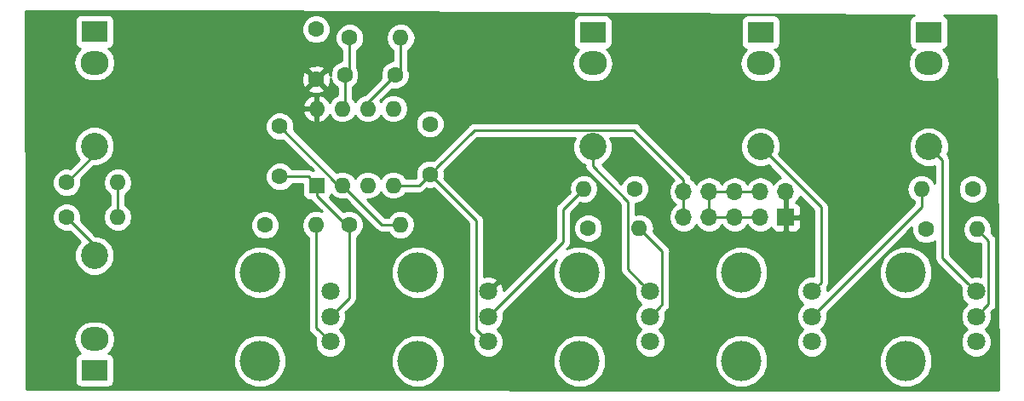
<source format=gbr>
G04 #@! TF.GenerationSoftware,KiCad,Pcbnew,(5.0.1)-rc2*
G04 #@! TF.CreationDate,2019-03-16T15:36:32-04:00*
G04 #@! TF.ProjectId,mixer,6D697865722E6B696361645F70636200,rev?*
G04 #@! TF.SameCoordinates,Original*
G04 #@! TF.FileFunction,Copper,L1,Top,Signal*
G04 #@! TF.FilePolarity,Positive*
%FSLAX46Y46*%
G04 Gerber Fmt 4.6, Leading zero omitted, Abs format (unit mm)*
G04 Created by KiCad (PCBNEW (5.0.1)-rc2) date 3/16/2019 3:36:32 PM*
%MOMM*%
%LPD*%
G01*
G04 APERTURE LIST*
G04 #@! TA.AperFunction,ComponentPad*
%ADD10R,1.700000X1.700000*%
G04 #@! TD*
G04 #@! TA.AperFunction,ComponentPad*
%ADD11O,1.700000X1.700000*%
G04 #@! TD*
G04 #@! TA.AperFunction,ComponentPad*
%ADD12C,1.600000*%
G04 #@! TD*
G04 #@! TA.AperFunction,ComponentPad*
%ADD13C,2.700000*%
G04 #@! TD*
G04 #@! TA.AperFunction,ComponentPad*
%ADD14R,2.600000X2.150000*%
G04 #@! TD*
G04 #@! TA.AperFunction,ComponentPad*
%ADD15O,2.800000X2.350000*%
G04 #@! TD*
G04 #@! TA.AperFunction,ComponentPad*
%ADD16R,1.600000X1.600000*%
G04 #@! TD*
G04 #@! TA.AperFunction,ComponentPad*
%ADD17O,1.600000X1.600000*%
G04 #@! TD*
G04 #@! TA.AperFunction,ComponentPad*
%ADD18C,1.800000*%
G04 #@! TD*
G04 #@! TA.AperFunction,WasherPad*
%ADD19C,4.000000*%
G04 #@! TD*
G04 #@! TA.AperFunction,Conductor*
%ADD20C,0.250000*%
G04 #@! TD*
G04 #@! TA.AperFunction,Conductor*
%ADD21C,0.254000*%
G04 #@! TD*
G04 APERTURE END LIST*
D10*
G04 #@! TO.P,J4,1*
G04 #@! TO.N,+12V*
X189268100Y-86690200D03*
D11*
G04 #@! TO.P,J4,2*
X189268100Y-84150200D03*
G04 #@! TO.P,J4,3*
G04 #@! TO.N,GND*
X186728100Y-86690200D03*
G04 #@! TO.P,J4,4*
X186728100Y-84150200D03*
G04 #@! TO.P,J4,5*
X184188100Y-86690200D03*
G04 #@! TO.P,J4,6*
X184188100Y-84150200D03*
G04 #@! TO.P,J4,7*
X181648100Y-86690200D03*
G04 #@! TO.P,J4,8*
X181648100Y-84150200D03*
G04 #@! TO.P,J4,9*
G04 #@! TO.N,-12V*
X179108100Y-86690200D03*
G04 #@! TO.P,J4,10*
X179108100Y-84150200D03*
G04 #@! TD*
D12*
G04 #@! TO.P,C2,2*
G04 #@! TO.N,-12V*
X153898600Y-82419200D03*
G04 #@! TO.P,C2,1*
G04 #@! TO.N,GND*
X153898600Y-77419200D03*
G04 #@! TD*
G04 #@! TO.P,C3,1*
G04 #@! TO.N,Net-(C3-Pad1)*
X138950700Y-82651600D03*
G04 #@! TO.P,C3,2*
G04 #@! TO.N,Net-(C3-Pad2)*
X138950700Y-77651600D03*
G04 #@! TD*
G04 #@! TO.P,C4,2*
G04 #@! TO.N,Net-(C4-Pad2)*
X150415000Y-72542400D03*
G04 #@! TO.P,C4,1*
G04 #@! TO.N,Net-(C4-Pad1)*
X145415000Y-72542400D03*
G04 #@! TD*
G04 #@! TO.P,C1,1*
G04 #@! TO.N,GND*
X142570200Y-67995800D03*
G04 #@! TO.P,C1,2*
G04 #@! TO.N,+12V*
X142570200Y-72995800D03*
G04 #@! TD*
D13*
G04 #@! TO.P,J1,T*
G04 #@! TO.N,Net-(J1-PadT)*
X203458800Y-79700600D03*
D14*
G04 #@! TO.P,J1,S*
G04 #@! TO.N,GND*
X203458800Y-68300600D03*
D15*
G04 #@! TO.P,J1,TN*
G04 #@! TO.N,Net-(J1-PadTN)*
X203458800Y-71400600D03*
G04 #@! TD*
G04 #@! TO.P,J2,TN*
G04 #@! TO.N,Net-(J2-PadTN)*
X186758300Y-71400600D03*
D14*
G04 #@! TO.P,J2,S*
G04 #@! TO.N,GND*
X186758300Y-68300600D03*
D13*
G04 #@! TO.P,J2,T*
G04 #@! TO.N,Net-(J2-PadT)*
X186758300Y-79700600D03*
G04 #@! TD*
G04 #@! TO.P,J3,T*
G04 #@! TO.N,Net-(J3-PadT)*
X170057800Y-79700600D03*
D14*
G04 #@! TO.P,J3,S*
G04 #@! TO.N,GND*
X170057800Y-68300600D03*
D15*
G04 #@! TO.P,J3,TN*
G04 #@! TO.N,Net-(J3-PadTN)*
X170057800Y-71400600D03*
G04 #@! TD*
D13*
G04 #@! TO.P,J6,T*
G04 #@! TO.N,Net-(J6-PadT)*
X120548400Y-90504800D03*
D14*
G04 #@! TO.P,J6,S*
G04 #@! TO.N,GND*
X120548400Y-101904800D03*
D15*
G04 #@! TO.P,J6,TN*
G04 #@! TO.N,Net-(J6-PadTN)*
X120548400Y-98804800D03*
G04 #@! TD*
G04 #@! TO.P,J7,TN*
G04 #@! TO.N,Net-(J7-PadTN)*
X120548400Y-71324400D03*
D14*
G04 #@! TO.P,J7,S*
G04 #@! TO.N,GND*
X120548400Y-68224400D03*
D13*
G04 #@! TO.P,J7,T*
G04 #@! TO.N,Net-(J7-PadT)*
X120548400Y-79624400D03*
G04 #@! TD*
D16*
G04 #@! TO.P,U1,1*
G04 #@! TO.N,Net-(C3-Pad1)*
X142646400Y-83515200D03*
D17*
G04 #@! TO.P,U1,5*
G04 #@! TO.N,GND*
X150266400Y-75895200D03*
G04 #@! TO.P,U1,2*
G04 #@! TO.N,Net-(C3-Pad2)*
X145186400Y-83515200D03*
G04 #@! TO.P,U1,6*
G04 #@! TO.N,Net-(C4-Pad2)*
X147726400Y-75895200D03*
G04 #@! TO.P,U1,3*
G04 #@! TO.N,GND*
X147726400Y-83515200D03*
G04 #@! TO.P,U1,7*
G04 #@! TO.N,Net-(C4-Pad1)*
X145186400Y-75895200D03*
G04 #@! TO.P,U1,4*
G04 #@! TO.N,-12V*
X150266400Y-83515200D03*
G04 #@! TO.P,U1,8*
G04 #@! TO.N,+12V*
X142646400Y-75895200D03*
G04 #@! TD*
D18*
G04 #@! TO.P,RV5,3*
G04 #@! TO.N,Net-(R6-Pad2)*
X143992600Y-99081600D03*
G04 #@! TO.P,RV5,2*
G04 #@! TO.N,Net-(C3-Pad1)*
X143992600Y-96581600D03*
G04 #@! TO.P,RV5,1*
G04 #@! TO.N,Net-(RV5-Pad1)*
X143992600Y-94081600D03*
D19*
G04 #@! TO.P,RV5,*
G04 #@! TO.N,*
X136992600Y-100981600D03*
X136992600Y-92181600D03*
G04 #@! TD*
G04 #@! TO.P,RV4,*
G04 #@! TO.N,*
X152689800Y-92181600D03*
X152689800Y-100981600D03*
D18*
G04 #@! TO.P,RV4,1*
G04 #@! TO.N,+12V*
X159689800Y-94081600D03*
G04 #@! TO.P,RV4,2*
G04 #@! TO.N,Net-(R4-Pad2)*
X159689800Y-96581600D03*
G04 #@! TO.P,RV4,3*
G04 #@! TO.N,-12V*
X159689800Y-99081600D03*
G04 #@! TD*
G04 #@! TO.P,RV3,3*
G04 #@! TO.N,GND*
X175768000Y-99081600D03*
G04 #@! TO.P,RV3,2*
G04 #@! TO.N,Net-(R3-Pad2)*
X175768000Y-96581600D03*
G04 #@! TO.P,RV3,1*
G04 #@! TO.N,Net-(J3-PadT)*
X175768000Y-94081600D03*
D19*
G04 #@! TO.P,RV3,*
G04 #@! TO.N,*
X168768000Y-100981600D03*
X168768000Y-92181600D03*
G04 #@! TD*
G04 #@! TO.P,RV2,*
G04 #@! TO.N,*
X184846200Y-92181600D03*
X184846200Y-100981600D03*
D18*
G04 #@! TO.P,RV2,1*
G04 #@! TO.N,Net-(J2-PadT)*
X191846200Y-94081600D03*
G04 #@! TO.P,RV2,2*
G04 #@! TO.N,Net-(R2-Pad2)*
X191846200Y-96581600D03*
G04 #@! TO.P,RV2,3*
G04 #@! TO.N,GND*
X191846200Y-99081600D03*
G04 #@! TD*
G04 #@! TO.P,RV1,3*
G04 #@! TO.N,GND*
X208178400Y-99081600D03*
G04 #@! TO.P,RV1,2*
G04 #@! TO.N,Net-(R1-Pad2)*
X208178400Y-96581600D03*
G04 #@! TO.P,RV1,1*
G04 #@! TO.N,Net-(J1-PadT)*
X208178400Y-94081600D03*
D19*
G04 #@! TO.P,RV1,*
G04 #@! TO.N,*
X201178400Y-100981600D03*
X201178400Y-92181600D03*
G04 #@! TD*
D12*
G04 #@! TO.P,R9,1*
G04 #@! TO.N,Net-(J7-PadT)*
X117779800Y-83235800D03*
D17*
G04 #@! TO.P,R9,2*
G04 #@! TO.N,Net-(C4-Pad1)*
X122859800Y-83235800D03*
G04 #@! TD*
G04 #@! TO.P,R8,2*
G04 #@! TO.N,Net-(C4-Pad1)*
X122859800Y-86690200D03*
D12*
G04 #@! TO.P,R8,1*
G04 #@! TO.N,Net-(J6-PadT)*
X117779800Y-86690200D03*
G04 #@! TD*
G04 #@! TO.P,R7,1*
G04 #@! TO.N,Net-(C4-Pad1)*
X145897600Y-68859400D03*
D17*
G04 #@! TO.P,R7,2*
G04 #@! TO.N,Net-(C4-Pad2)*
X150977600Y-68859400D03*
G04 #@! TD*
G04 #@! TO.P,R6,2*
G04 #@! TO.N,Net-(R6-Pad2)*
X142570200Y-87477600D03*
D12*
G04 #@! TO.P,R6,1*
G04 #@! TO.N,Net-(C4-Pad2)*
X137490200Y-87477600D03*
G04 #@! TD*
G04 #@! TO.P,R5,1*
G04 #@! TO.N,Net-(C3-Pad1)*
X145872200Y-87439500D03*
D17*
G04 #@! TO.P,R5,2*
G04 #@! TO.N,Net-(C3-Pad2)*
X150952200Y-87439500D03*
G04 #@! TD*
G04 #@! TO.P,R1,2*
G04 #@! TO.N,Net-(R1-Pad2)*
X208280000Y-87909400D03*
D12*
G04 #@! TO.P,R1,1*
G04 #@! TO.N,Net-(C3-Pad2)*
X203200000Y-87909400D03*
G04 #@! TD*
G04 #@! TO.P,R2,1*
G04 #@! TO.N,Net-(C3-Pad2)*
X207822800Y-83896200D03*
D17*
G04 #@! TO.P,R2,2*
G04 #@! TO.N,Net-(R2-Pad2)*
X202742800Y-83896200D03*
G04 #@! TD*
G04 #@! TO.P,R3,2*
G04 #@! TO.N,Net-(R3-Pad2)*
X174701200Y-87782400D03*
D12*
G04 #@! TO.P,R3,1*
G04 #@! TO.N,Net-(C3-Pad2)*
X169621200Y-87782400D03*
G04 #@! TD*
G04 #@! TO.P,R4,1*
G04 #@! TO.N,Net-(C3-Pad2)*
X174251200Y-83870800D03*
D17*
G04 #@! TO.P,R4,2*
G04 #@! TO.N,Net-(R4-Pad2)*
X169171200Y-83870800D03*
G04 #@! TD*
D20*
G04 #@! TO.N,+12V*
X189268100Y-85352281D02*
X189268100Y-86690200D01*
X189268100Y-84150200D02*
X189268100Y-85352281D01*
G04 #@! TO.N,GND*
X182850181Y-84150200D02*
X184188100Y-84150200D01*
X181648100Y-84150200D02*
X182850181Y-84150200D01*
X185390181Y-84150200D02*
X186728100Y-84150200D01*
X184188100Y-84150200D02*
X185390181Y-84150200D01*
X185526019Y-86690200D02*
X184188100Y-86690200D01*
X186728100Y-86690200D02*
X185526019Y-86690200D01*
X182850181Y-86690200D02*
X184188100Y-86690200D01*
X181648100Y-86690200D02*
X182850181Y-86690200D01*
X181648100Y-85488119D02*
X181648100Y-84150200D01*
X181648100Y-86690200D02*
X181648100Y-85488119D01*
G04 #@! TO.N,-12V*
X152802600Y-83515200D02*
X153898600Y-82419200D01*
X150266400Y-83515200D02*
X152802600Y-83515200D01*
X179108100Y-85352281D02*
X179108100Y-86690200D01*
X179108100Y-84150200D02*
X179108100Y-85352281D01*
X154698599Y-81619201D02*
X153898600Y-82419200D01*
X158292201Y-78025599D02*
X154698599Y-81619201D01*
X174185580Y-78025599D02*
X158292201Y-78025599D01*
X179108100Y-82948119D02*
X174185580Y-78025599D01*
X179108100Y-84150200D02*
X179108100Y-82948119D01*
X154698599Y-83219199D02*
X153898600Y-82419200D01*
X158464799Y-86985399D02*
X154698599Y-83219199D01*
X158464799Y-97856599D02*
X158464799Y-86985399D01*
X159689800Y-99081600D02*
X158464799Y-97856599D01*
G04 #@! TO.N,Net-(C3-Pad1)*
X145872200Y-94702000D02*
X145872200Y-87439500D01*
X143992600Y-96581600D02*
X145872200Y-94702000D01*
X145520700Y-87439500D02*
X145872200Y-87439500D01*
X142646400Y-84565200D02*
X145520700Y-87439500D01*
X142646400Y-83515200D02*
X142646400Y-84565200D01*
X141782800Y-82651600D02*
X142646400Y-83515200D01*
X138950700Y-82651600D02*
X141782800Y-82651600D01*
G04 #@! TO.N,Net-(C3-Pad2)*
X144814300Y-83515200D02*
X145186400Y-83515200D01*
X138950700Y-77651600D02*
X144814300Y-83515200D01*
X149110700Y-87439500D02*
X150952200Y-87439500D01*
X145186400Y-83515200D02*
X149110700Y-87439500D01*
G04 #@! TO.N,Net-(C4-Pad1)*
X122859800Y-84367170D02*
X122859800Y-86690200D01*
X122859800Y-83235800D02*
X122859800Y-84367170D01*
X145897600Y-72059800D02*
X145415000Y-72542400D01*
X145897600Y-68859400D02*
X145897600Y-72059800D01*
X145415000Y-75666600D02*
X145186400Y-75895200D01*
X145415000Y-72542400D02*
X145415000Y-75666600D01*
G04 #@! TO.N,Net-(C4-Pad2)*
X150977600Y-71979800D02*
X150415000Y-72542400D01*
X150977600Y-68859400D02*
X150977600Y-71979800D01*
X147726400Y-75231000D02*
X147726400Y-75895200D01*
X150415000Y-72542400D02*
X147726400Y-75231000D01*
G04 #@! TO.N,Net-(R1-Pad2)*
X209078399Y-95681601D02*
X208178400Y-96581600D01*
X209403401Y-95356599D02*
X209078399Y-95681601D01*
X209403401Y-89032801D02*
X209403401Y-95356599D01*
X208280000Y-87909400D02*
X209403401Y-89032801D01*
G04 #@! TO.N,Net-(R2-Pad2)*
X202742800Y-85685000D02*
X202742800Y-83896200D01*
X191846200Y-96581600D02*
X202742800Y-85685000D01*
G04 #@! TO.N,Net-(R3-Pad2)*
X176667999Y-95681601D02*
X175768000Y-96581600D01*
X176993001Y-95356599D02*
X176667999Y-95681601D01*
X176993001Y-90074201D02*
X176993001Y-95356599D01*
X174701200Y-87782400D02*
X176993001Y-90074201D01*
G04 #@! TO.N,Net-(R4-Pad2)*
X168371201Y-84670799D02*
X169171200Y-83870800D01*
X167119300Y-85922700D02*
X168371201Y-84670799D01*
X167119300Y-89152100D02*
X167119300Y-85922700D01*
X159689800Y-96581600D02*
X167119300Y-89152100D01*
G04 #@! TO.N,Net-(R6-Pad2)*
X142570200Y-97659200D02*
X142570200Y-87477600D01*
X143992600Y-99081600D02*
X142570200Y-97659200D01*
G04 #@! TO.N,Net-(J6-PadT)*
X120548400Y-89458800D02*
X120548400Y-90504800D01*
X117779800Y-86690200D02*
X120548400Y-89458800D01*
G04 #@! TO.N,Net-(J7-PadT)*
X120548400Y-80467200D02*
X120548400Y-79624400D01*
X117779800Y-83235800D02*
X120548400Y-80467200D01*
G04 #@! TO.N,Net-(J1-PadT)*
X207278401Y-93181601D02*
X208178400Y-94081600D01*
X204808799Y-90711999D02*
X207278401Y-93181601D01*
X204808799Y-81050599D02*
X204808799Y-90711999D01*
X203458800Y-79700600D02*
X204808799Y-81050599D01*
G04 #@! TO.N,Net-(J2-PadT)*
X188108299Y-81050599D02*
X186758300Y-79700600D01*
X192746199Y-85688499D02*
X188108299Y-81050599D01*
X192746199Y-93181601D02*
X192746199Y-85688499D01*
X191846200Y-94081600D02*
X192746199Y-93181601D01*
G04 #@! TO.N,Net-(J3-PadT)*
X174868001Y-93181601D02*
X175768000Y-94081600D01*
X173576199Y-91889799D02*
X174868001Y-93181601D01*
X173576199Y-85128187D02*
X173576199Y-91889799D01*
X170057800Y-81609788D02*
X173576199Y-85128187D01*
X170057800Y-79700600D02*
X170057800Y-81609788D01*
G04 #@! TD*
D21*
G04 #@! TO.N,+12V*
G36*
X202008689Y-66608019D02*
X201911035Y-66627443D01*
X201700991Y-66767791D01*
X201560643Y-66977835D01*
X201511360Y-67225600D01*
X201511360Y-69375600D01*
X201560643Y-69623365D01*
X201700991Y-69833409D01*
X201911035Y-69973757D01*
X202065366Y-70004455D01*
X201928863Y-70095663D01*
X201528818Y-70694373D01*
X201388341Y-71400600D01*
X201528818Y-72106827D01*
X201928863Y-72705537D01*
X202527573Y-73105582D01*
X203055535Y-73210600D01*
X203862065Y-73210600D01*
X204390027Y-73105582D01*
X204988737Y-72705537D01*
X205388782Y-72106827D01*
X205529259Y-71400600D01*
X205388782Y-70694373D01*
X204988737Y-70095663D01*
X204852234Y-70004455D01*
X205006565Y-69973757D01*
X205216609Y-69833409D01*
X205356957Y-69623365D01*
X205406240Y-69375600D01*
X205406240Y-67225600D01*
X205356957Y-66977835D01*
X205216609Y-66767791D01*
X205006965Y-66627711D01*
X210147794Y-66661474D01*
X210412692Y-103898599D01*
X113791746Y-103822600D01*
X113781698Y-98804800D01*
X118477941Y-98804800D01*
X118618418Y-99511027D01*
X119018463Y-100109737D01*
X119154966Y-100200945D01*
X119000635Y-100231643D01*
X118790591Y-100371991D01*
X118650243Y-100582035D01*
X118600960Y-100829800D01*
X118600960Y-102979800D01*
X118650243Y-103227565D01*
X118790591Y-103437609D01*
X119000635Y-103577957D01*
X119248400Y-103627240D01*
X121848400Y-103627240D01*
X122096165Y-103577957D01*
X122306209Y-103437609D01*
X122446557Y-103227565D01*
X122495840Y-102979800D01*
X122495840Y-100829800D01*
X122446557Y-100582035D01*
X122363323Y-100457466D01*
X134357600Y-100457466D01*
X134357600Y-101505734D01*
X134758755Y-102474208D01*
X135499992Y-103215445D01*
X136468466Y-103616600D01*
X137516734Y-103616600D01*
X138485208Y-103215445D01*
X139226445Y-102474208D01*
X139627600Y-101505734D01*
X139627600Y-100457466D01*
X139226445Y-99488992D01*
X138485208Y-98747755D01*
X137516734Y-98346600D01*
X136468466Y-98346600D01*
X135499992Y-98747755D01*
X134758755Y-99488992D01*
X134357600Y-100457466D01*
X122363323Y-100457466D01*
X122306209Y-100371991D01*
X122096165Y-100231643D01*
X121941834Y-100200945D01*
X122078337Y-100109737D01*
X122478382Y-99511027D01*
X122618859Y-98804800D01*
X122478382Y-98098573D01*
X122078337Y-97499863D01*
X121479627Y-97099818D01*
X120951665Y-96994800D01*
X120145135Y-96994800D01*
X119617173Y-97099818D01*
X119018463Y-97499863D01*
X118618418Y-98098573D01*
X118477941Y-98804800D01*
X113781698Y-98804800D01*
X113756865Y-86404761D01*
X116344800Y-86404761D01*
X116344800Y-86975639D01*
X116563266Y-87503062D01*
X116966938Y-87906734D01*
X117494361Y-88125200D01*
X118065239Y-88125200D01*
X118118102Y-88103303D01*
X119130393Y-89115594D01*
X118865599Y-89380388D01*
X118563400Y-90109959D01*
X118563400Y-90899641D01*
X118865599Y-91629212D01*
X119423988Y-92187601D01*
X120153559Y-92489800D01*
X120943241Y-92489800D01*
X121672812Y-92187601D01*
X122202947Y-91657466D01*
X134357600Y-91657466D01*
X134357600Y-92705734D01*
X134758755Y-93674208D01*
X135499992Y-94415445D01*
X136468466Y-94816600D01*
X137516734Y-94816600D01*
X138485208Y-94415445D01*
X139226445Y-93674208D01*
X139627600Y-92705734D01*
X139627600Y-91657466D01*
X139226445Y-90688992D01*
X138485208Y-89947755D01*
X137516734Y-89546600D01*
X136468466Y-89546600D01*
X135499992Y-89947755D01*
X134758755Y-90688992D01*
X134357600Y-91657466D01*
X122202947Y-91657466D01*
X122231201Y-91629212D01*
X122533400Y-90899641D01*
X122533400Y-90109959D01*
X122231201Y-89380388D01*
X121672812Y-88821999D01*
X120943241Y-88519800D01*
X120684202Y-88519800D01*
X119192903Y-87028502D01*
X119214800Y-86975639D01*
X119214800Y-86404761D01*
X118996334Y-85877338D01*
X118592662Y-85473666D01*
X118065239Y-85255200D01*
X117494361Y-85255200D01*
X116966938Y-85473666D01*
X116563266Y-85877338D01*
X116344800Y-86404761D01*
X113756865Y-86404761D01*
X113749947Y-82950361D01*
X116344800Y-82950361D01*
X116344800Y-83521239D01*
X116563266Y-84048662D01*
X116966938Y-84452334D01*
X117494361Y-84670800D01*
X118065239Y-84670800D01*
X118592662Y-84452334D01*
X118996334Y-84048662D01*
X119214800Y-83521239D01*
X119214800Y-83235800D01*
X121396687Y-83235800D01*
X121508060Y-83795709D01*
X121825223Y-84270377D01*
X122099800Y-84453844D01*
X122099800Y-85472156D01*
X121825223Y-85655623D01*
X121508060Y-86130291D01*
X121396687Y-86690200D01*
X121508060Y-87250109D01*
X121825223Y-87724777D01*
X122299891Y-88041940D01*
X122718467Y-88125200D01*
X123001133Y-88125200D01*
X123419709Y-88041940D01*
X123894377Y-87724777D01*
X124211540Y-87250109D01*
X124223066Y-87192161D01*
X136055200Y-87192161D01*
X136055200Y-87763039D01*
X136273666Y-88290462D01*
X136677338Y-88694134D01*
X137204761Y-88912600D01*
X137775639Y-88912600D01*
X138303062Y-88694134D01*
X138706734Y-88290462D01*
X138925200Y-87763039D01*
X138925200Y-87192161D01*
X138706734Y-86664738D01*
X138303062Y-86261066D01*
X137775639Y-86042600D01*
X137204761Y-86042600D01*
X136677338Y-86261066D01*
X136273666Y-86664738D01*
X136055200Y-87192161D01*
X124223066Y-87192161D01*
X124322913Y-86690200D01*
X124211540Y-86130291D01*
X123894377Y-85655623D01*
X123619800Y-85472157D01*
X123619800Y-84453843D01*
X123894377Y-84270377D01*
X124211540Y-83795709D01*
X124322913Y-83235800D01*
X124211540Y-82675891D01*
X123894377Y-82201223D01*
X123419709Y-81884060D01*
X123001133Y-81800800D01*
X122718467Y-81800800D01*
X122299891Y-81884060D01*
X121825223Y-82201223D01*
X121508060Y-82675891D01*
X121396687Y-83235800D01*
X119214800Y-83235800D01*
X119214800Y-82950361D01*
X119192903Y-82897498D01*
X120481002Y-81609400D01*
X120943241Y-81609400D01*
X121672812Y-81307201D01*
X122231201Y-80748812D01*
X122533400Y-80019241D01*
X122533400Y-79229559D01*
X122231201Y-78499988D01*
X121672812Y-77941599D01*
X120943241Y-77639400D01*
X120153559Y-77639400D01*
X119423988Y-77941599D01*
X118865599Y-78499988D01*
X118563400Y-79229559D01*
X118563400Y-80019241D01*
X118865599Y-80748812D01*
X119028793Y-80912006D01*
X118118102Y-81822697D01*
X118065239Y-81800800D01*
X117494361Y-81800800D01*
X116966938Y-82019266D01*
X116563266Y-82422938D01*
X116344800Y-82950361D01*
X113749947Y-82950361D01*
X113738764Y-77366161D01*
X137515700Y-77366161D01*
X137515700Y-77937039D01*
X137734166Y-78464462D01*
X138137838Y-78868134D01*
X138665261Y-79086600D01*
X139236139Y-79086600D01*
X139289002Y-79064703D01*
X142292058Y-82067760D01*
X142276984Y-82067760D01*
X142079337Y-81935696D01*
X141857652Y-81891600D01*
X141857647Y-81891600D01*
X141782800Y-81876712D01*
X141707953Y-81891600D01*
X140189130Y-81891600D01*
X140167234Y-81838738D01*
X139763562Y-81435066D01*
X139236139Y-81216600D01*
X138665261Y-81216600D01*
X138137838Y-81435066D01*
X137734166Y-81838738D01*
X137515700Y-82366161D01*
X137515700Y-82937039D01*
X137734166Y-83464462D01*
X138137838Y-83868134D01*
X138665261Y-84086600D01*
X139236139Y-84086600D01*
X139763562Y-83868134D01*
X140167234Y-83464462D01*
X140189130Y-83411600D01*
X141198960Y-83411600D01*
X141198960Y-84315200D01*
X141248243Y-84562965D01*
X141388591Y-84773009D01*
X141598635Y-84913357D01*
X141846400Y-84962640D01*
X141997918Y-84962640D01*
X142098472Y-85113129D01*
X142161928Y-85155529D01*
X143136587Y-86130189D01*
X143130109Y-86125860D01*
X142711533Y-86042600D01*
X142428867Y-86042600D01*
X142010291Y-86125860D01*
X141535623Y-86443023D01*
X141218460Y-86917691D01*
X141107087Y-87477600D01*
X141218460Y-88037509D01*
X141535623Y-88512177D01*
X141810201Y-88695644D01*
X141810200Y-97584353D01*
X141795312Y-97659200D01*
X141810200Y-97734047D01*
X141810200Y-97734051D01*
X141854296Y-97955736D01*
X142022271Y-98207129D01*
X142085730Y-98249531D01*
X142502960Y-98666762D01*
X142457600Y-98776270D01*
X142457600Y-99386930D01*
X142691290Y-99951107D01*
X143123093Y-100382910D01*
X143687270Y-100616600D01*
X144297930Y-100616600D01*
X144682113Y-100457466D01*
X150054800Y-100457466D01*
X150054800Y-101505734D01*
X150455955Y-102474208D01*
X151197192Y-103215445D01*
X152165666Y-103616600D01*
X153213934Y-103616600D01*
X154182408Y-103215445D01*
X154923645Y-102474208D01*
X155324800Y-101505734D01*
X155324800Y-100457466D01*
X154923645Y-99488992D01*
X154182408Y-98747755D01*
X153213934Y-98346600D01*
X152165666Y-98346600D01*
X151197192Y-98747755D01*
X150455955Y-99488992D01*
X150054800Y-100457466D01*
X144682113Y-100457466D01*
X144862107Y-100382910D01*
X145293910Y-99951107D01*
X145527600Y-99386930D01*
X145527600Y-98776270D01*
X145293910Y-98212093D01*
X144913417Y-97831600D01*
X145293910Y-97451107D01*
X145527600Y-96886930D01*
X145527600Y-96276270D01*
X145482240Y-96166761D01*
X146356673Y-95292329D01*
X146420129Y-95249929D01*
X146497810Y-95133672D01*
X146588104Y-94998538D01*
X146616359Y-94856488D01*
X146632200Y-94776852D01*
X146632200Y-94776848D01*
X146647088Y-94702000D01*
X146632200Y-94627152D01*
X146632200Y-91657466D01*
X150054800Y-91657466D01*
X150054800Y-92705734D01*
X150455955Y-93674208D01*
X151197192Y-94415445D01*
X152165666Y-94816600D01*
X153213934Y-94816600D01*
X154182408Y-94415445D01*
X154923645Y-93674208D01*
X155324800Y-92705734D01*
X155324800Y-91657466D01*
X154923645Y-90688992D01*
X154182408Y-89947755D01*
X153213934Y-89546600D01*
X152165666Y-89546600D01*
X151197192Y-89947755D01*
X150455955Y-90688992D01*
X150054800Y-91657466D01*
X146632200Y-91657466D01*
X146632200Y-88677930D01*
X146685062Y-88656034D01*
X147088734Y-88252362D01*
X147307200Y-87724939D01*
X147307200Y-87154061D01*
X147088734Y-86626638D01*
X146685062Y-86222966D01*
X146157639Y-86004500D01*
X145586761Y-86004500D01*
X145285350Y-86129349D01*
X143914143Y-84758142D01*
X144044557Y-84562965D01*
X144071185Y-84429094D01*
X144151823Y-84549777D01*
X144626491Y-84866940D01*
X145045067Y-84950200D01*
X145327733Y-84950200D01*
X145510287Y-84913888D01*
X148520371Y-87923973D01*
X148562771Y-87987429D01*
X148814163Y-88155404D01*
X149035848Y-88199500D01*
X149035852Y-88199500D01*
X149110699Y-88214388D01*
X149185546Y-88199500D01*
X149734157Y-88199500D01*
X149917623Y-88474077D01*
X150392291Y-88791240D01*
X150810867Y-88874500D01*
X151093533Y-88874500D01*
X151512109Y-88791240D01*
X151986777Y-88474077D01*
X152303940Y-87999409D01*
X152415313Y-87439500D01*
X152303940Y-86879591D01*
X151986777Y-86404923D01*
X151512109Y-86087760D01*
X151093533Y-86004500D01*
X150810867Y-86004500D01*
X150392291Y-86087760D01*
X149917623Y-86404923D01*
X149734157Y-86679500D01*
X149425502Y-86679500D01*
X147696202Y-84950200D01*
X147867733Y-84950200D01*
X148286309Y-84866940D01*
X148760977Y-84549777D01*
X148996400Y-84197442D01*
X149231823Y-84549777D01*
X149706491Y-84866940D01*
X150125067Y-84950200D01*
X150407733Y-84950200D01*
X150826309Y-84866940D01*
X151300977Y-84549777D01*
X151484443Y-84275200D01*
X152727753Y-84275200D01*
X152802600Y-84290088D01*
X152877447Y-84275200D01*
X152877452Y-84275200D01*
X153099137Y-84231104D01*
X153350529Y-84063129D01*
X153392931Y-83999670D01*
X153560298Y-83832303D01*
X153613161Y-83854200D01*
X154184039Y-83854200D01*
X154236902Y-83832303D01*
X157704800Y-87300202D01*
X157704799Y-97781752D01*
X157689911Y-97856599D01*
X157704799Y-97931446D01*
X157704799Y-97931450D01*
X157748895Y-98153135D01*
X157916870Y-98404528D01*
X157980329Y-98446930D01*
X158200160Y-98666761D01*
X158154800Y-98776270D01*
X158154800Y-99386930D01*
X158388490Y-99951107D01*
X158820293Y-100382910D01*
X159384470Y-100616600D01*
X159995130Y-100616600D01*
X160379313Y-100457466D01*
X166133000Y-100457466D01*
X166133000Y-101505734D01*
X166534155Y-102474208D01*
X167275392Y-103215445D01*
X168243866Y-103616600D01*
X169292134Y-103616600D01*
X170260608Y-103215445D01*
X171001845Y-102474208D01*
X171403000Y-101505734D01*
X171403000Y-100457466D01*
X171001845Y-99488992D01*
X170260608Y-98747755D01*
X169292134Y-98346600D01*
X168243866Y-98346600D01*
X167275392Y-98747755D01*
X166534155Y-99488992D01*
X166133000Y-100457466D01*
X160379313Y-100457466D01*
X160559307Y-100382910D01*
X160991110Y-99951107D01*
X161224800Y-99386930D01*
X161224800Y-98776270D01*
X160991110Y-98212093D01*
X160610617Y-97831600D01*
X160991110Y-97451107D01*
X161224800Y-96886930D01*
X161224800Y-96276270D01*
X161179440Y-96166761D01*
X166447142Y-90899060D01*
X166133000Y-91657466D01*
X166133000Y-92705734D01*
X166534155Y-93674208D01*
X167275392Y-94415445D01*
X168243866Y-94816600D01*
X169292134Y-94816600D01*
X170260608Y-94415445D01*
X171001845Y-93674208D01*
X171403000Y-92705734D01*
X171403000Y-91657466D01*
X171001845Y-90688992D01*
X170260608Y-89947755D01*
X169292134Y-89546600D01*
X168243866Y-89546600D01*
X167485460Y-89860742D01*
X167603773Y-89742429D01*
X167667229Y-89700029D01*
X167783330Y-89526272D01*
X167835204Y-89448638D01*
X167858934Y-89329338D01*
X167879300Y-89226952D01*
X167879300Y-89226948D01*
X167894188Y-89152100D01*
X167879300Y-89077252D01*
X167879300Y-87496961D01*
X168186200Y-87496961D01*
X168186200Y-88067839D01*
X168404666Y-88595262D01*
X168808338Y-88998934D01*
X169335761Y-89217400D01*
X169906639Y-89217400D01*
X170434062Y-88998934D01*
X170837734Y-88595262D01*
X171056200Y-88067839D01*
X171056200Y-87496961D01*
X170837734Y-86969538D01*
X170434062Y-86565866D01*
X169906639Y-86347400D01*
X169335761Y-86347400D01*
X168808338Y-86565866D01*
X168404666Y-86969538D01*
X168186200Y-87496961D01*
X167879300Y-87496961D01*
X167879300Y-86237501D01*
X168847315Y-85269488D01*
X169029867Y-85305800D01*
X169312533Y-85305800D01*
X169731109Y-85222540D01*
X170205777Y-84905377D01*
X170522940Y-84430709D01*
X170634313Y-83870800D01*
X170522940Y-83310891D01*
X170205777Y-82836223D01*
X169731109Y-82519060D01*
X169312533Y-82435800D01*
X169029867Y-82435800D01*
X168611291Y-82519060D01*
X168136623Y-82836223D01*
X167819460Y-83310891D01*
X167708087Y-83870800D01*
X167772512Y-84194685D01*
X166634828Y-85332371D01*
X166571372Y-85374771D01*
X166528972Y-85438227D01*
X166528971Y-85438228D01*
X166403397Y-85626163D01*
X166344412Y-85922700D01*
X166359301Y-85997552D01*
X166359300Y-88837298D01*
X161221673Y-93974925D01*
X161210639Y-93712140D01*
X161026443Y-93267452D01*
X160769959Y-93181046D01*
X159869405Y-94081600D01*
X159883548Y-94095743D01*
X159703943Y-94275348D01*
X159689800Y-94261205D01*
X159675658Y-94275348D01*
X159496053Y-94095743D01*
X159510195Y-94081600D01*
X159496053Y-94067458D01*
X159675658Y-93887853D01*
X159689800Y-93901995D01*
X160590354Y-93001441D01*
X160503948Y-92744957D01*
X159930464Y-92535142D01*
X159320340Y-92560761D01*
X159224799Y-92600335D01*
X159224799Y-87060245D01*
X159239687Y-86985398D01*
X159224799Y-86910551D01*
X159224799Y-86910547D01*
X159180703Y-86688862D01*
X159012728Y-86437470D01*
X158949272Y-86395070D01*
X155311703Y-82757502D01*
X155333600Y-82704639D01*
X155333600Y-82133761D01*
X155311703Y-82080898D01*
X158607003Y-78785599D01*
X168288258Y-78785599D01*
X168072800Y-79305759D01*
X168072800Y-80095441D01*
X168374999Y-80825012D01*
X168933388Y-81383401D01*
X169297801Y-81534346D01*
X169297801Y-81534936D01*
X169282912Y-81609788D01*
X169341897Y-81906325D01*
X169458077Y-82080200D01*
X169509872Y-82157717D01*
X169573328Y-82200117D01*
X172816199Y-85442989D01*
X172816200Y-91814947D01*
X172801311Y-91889799D01*
X172816200Y-91964651D01*
X172860296Y-92186336D01*
X173028271Y-92437728D01*
X173091727Y-92480128D01*
X174278360Y-93666762D01*
X174233000Y-93776270D01*
X174233000Y-94386930D01*
X174466690Y-94951107D01*
X174847183Y-95331600D01*
X174466690Y-95712093D01*
X174233000Y-96276270D01*
X174233000Y-96886930D01*
X174466690Y-97451107D01*
X174847183Y-97831600D01*
X174466690Y-98212093D01*
X174233000Y-98776270D01*
X174233000Y-99386930D01*
X174466690Y-99951107D01*
X174898493Y-100382910D01*
X175462670Y-100616600D01*
X176073330Y-100616600D01*
X176457513Y-100457466D01*
X182211200Y-100457466D01*
X182211200Y-101505734D01*
X182612355Y-102474208D01*
X183353592Y-103215445D01*
X184322066Y-103616600D01*
X185370334Y-103616600D01*
X186338808Y-103215445D01*
X187080045Y-102474208D01*
X187481200Y-101505734D01*
X187481200Y-100457466D01*
X187080045Y-99488992D01*
X186338808Y-98747755D01*
X185370334Y-98346600D01*
X184322066Y-98346600D01*
X183353592Y-98747755D01*
X182612355Y-99488992D01*
X182211200Y-100457466D01*
X176457513Y-100457466D01*
X176637507Y-100382910D01*
X177069310Y-99951107D01*
X177303000Y-99386930D01*
X177303000Y-98776270D01*
X177069310Y-98212093D01*
X176688817Y-97831600D01*
X177069310Y-97451107D01*
X177303000Y-96886930D01*
X177303000Y-96276270D01*
X177257640Y-96166762D01*
X177258328Y-96166074D01*
X177258330Y-96166071D01*
X177477471Y-95946930D01*
X177540930Y-95904528D01*
X177708905Y-95653136D01*
X177753001Y-95431451D01*
X177753001Y-95431447D01*
X177767889Y-95356600D01*
X177753001Y-95281753D01*
X177753001Y-91657466D01*
X182211200Y-91657466D01*
X182211200Y-92705734D01*
X182612355Y-93674208D01*
X183353592Y-94415445D01*
X184322066Y-94816600D01*
X185370334Y-94816600D01*
X186338808Y-94415445D01*
X187080045Y-93674208D01*
X187481200Y-92705734D01*
X187481200Y-91657466D01*
X187080045Y-90688992D01*
X186338808Y-89947755D01*
X185370334Y-89546600D01*
X184322066Y-89546600D01*
X183353592Y-89947755D01*
X182612355Y-90688992D01*
X182211200Y-91657466D01*
X177753001Y-91657466D01*
X177753001Y-90149047D01*
X177767889Y-90074200D01*
X177753001Y-89999353D01*
X177753001Y-89999349D01*
X177708905Y-89777664D01*
X177540930Y-89526272D01*
X177477474Y-89483872D01*
X176099888Y-88106286D01*
X176164313Y-87782400D01*
X176052940Y-87222491D01*
X175735777Y-86747823D01*
X175261109Y-86430660D01*
X174842533Y-86347400D01*
X174559867Y-86347400D01*
X174336199Y-86391890D01*
X174336199Y-85305800D01*
X174536639Y-85305800D01*
X175064062Y-85087334D01*
X175467734Y-84683662D01*
X175686200Y-84156239D01*
X175686200Y-83585361D01*
X175467734Y-83057938D01*
X175064062Y-82654266D01*
X174536639Y-82435800D01*
X173965761Y-82435800D01*
X173438338Y-82654266D01*
X173034666Y-83057938D01*
X172901717Y-83378904D01*
X170987052Y-81464239D01*
X171182212Y-81383401D01*
X171740601Y-80825012D01*
X172042800Y-80095441D01*
X172042800Y-79305759D01*
X171827342Y-78785599D01*
X173870779Y-78785599D01*
X178113773Y-83028594D01*
X178037475Y-83079575D01*
X177709261Y-83570782D01*
X177594008Y-84150200D01*
X177709261Y-84729618D01*
X178037475Y-85220825D01*
X178335861Y-85420200D01*
X178037475Y-85619575D01*
X177709261Y-86110782D01*
X177594008Y-86690200D01*
X177709261Y-87269618D01*
X178037475Y-87760825D01*
X178528682Y-88089039D01*
X178961844Y-88175200D01*
X179254356Y-88175200D01*
X179687518Y-88089039D01*
X180178725Y-87760825D01*
X180378100Y-87462439D01*
X180577475Y-87760825D01*
X181068682Y-88089039D01*
X181501844Y-88175200D01*
X181794356Y-88175200D01*
X182227518Y-88089039D01*
X182718725Y-87760825D01*
X182918100Y-87462439D01*
X183117475Y-87760825D01*
X183608682Y-88089039D01*
X184041844Y-88175200D01*
X184334356Y-88175200D01*
X184767518Y-88089039D01*
X185258725Y-87760825D01*
X185458100Y-87462439D01*
X185657475Y-87760825D01*
X186148682Y-88089039D01*
X186581844Y-88175200D01*
X186874356Y-88175200D01*
X187307518Y-88089039D01*
X187798725Y-87760825D01*
X187813196Y-87739167D01*
X187879773Y-87899898D01*
X188058401Y-88078527D01*
X188291790Y-88175200D01*
X188982350Y-88175200D01*
X189141100Y-88016450D01*
X189141100Y-86817200D01*
X189395100Y-86817200D01*
X189395100Y-88016450D01*
X189553850Y-88175200D01*
X190244410Y-88175200D01*
X190477799Y-88078527D01*
X190656427Y-87899898D01*
X190753100Y-87666509D01*
X190753100Y-86975950D01*
X190594350Y-86817200D01*
X189395100Y-86817200D01*
X189141100Y-86817200D01*
X189121100Y-86817200D01*
X189121100Y-86563200D01*
X189141100Y-86563200D01*
X189141100Y-84277200D01*
X189121100Y-84277200D01*
X189121100Y-84023200D01*
X189141100Y-84023200D01*
X189141100Y-84003200D01*
X189395100Y-84003200D01*
X189395100Y-84023200D01*
X189415100Y-84023200D01*
X189415100Y-84277200D01*
X189395100Y-84277200D01*
X189395100Y-86563200D01*
X190594350Y-86563200D01*
X190753100Y-86404450D01*
X190753100Y-85713891D01*
X190656427Y-85480502D01*
X190477799Y-85301873D01*
X190263892Y-85213270D01*
X190463283Y-85031558D01*
X190639413Y-84656515D01*
X191986200Y-86003302D01*
X191986199Y-92546600D01*
X191540870Y-92546600D01*
X190976693Y-92780290D01*
X190544890Y-93212093D01*
X190311200Y-93776270D01*
X190311200Y-94386930D01*
X190544890Y-94951107D01*
X190925383Y-95331600D01*
X190544890Y-95712093D01*
X190311200Y-96276270D01*
X190311200Y-96886930D01*
X190544890Y-97451107D01*
X190925383Y-97831600D01*
X190544890Y-98212093D01*
X190311200Y-98776270D01*
X190311200Y-99386930D01*
X190544890Y-99951107D01*
X190976693Y-100382910D01*
X191540870Y-100616600D01*
X192151530Y-100616600D01*
X192535713Y-100457466D01*
X198543400Y-100457466D01*
X198543400Y-101505734D01*
X198944555Y-102474208D01*
X199685792Y-103215445D01*
X200654266Y-103616600D01*
X201702534Y-103616600D01*
X202671008Y-103215445D01*
X203412245Y-102474208D01*
X203813400Y-101505734D01*
X203813400Y-100457466D01*
X203412245Y-99488992D01*
X202671008Y-98747755D01*
X201702534Y-98346600D01*
X200654266Y-98346600D01*
X199685792Y-98747755D01*
X198944555Y-99488992D01*
X198543400Y-100457466D01*
X192535713Y-100457466D01*
X192715707Y-100382910D01*
X193147510Y-99951107D01*
X193381200Y-99386930D01*
X193381200Y-98776270D01*
X193147510Y-98212093D01*
X192767017Y-97831600D01*
X193147510Y-97451107D01*
X193381200Y-96886930D01*
X193381200Y-96276270D01*
X193335840Y-96166761D01*
X197845135Y-91657466D01*
X198543400Y-91657466D01*
X198543400Y-92705734D01*
X198944555Y-93674208D01*
X199685792Y-94415445D01*
X200654266Y-94816600D01*
X201702534Y-94816600D01*
X202671008Y-94415445D01*
X203412245Y-93674208D01*
X203813400Y-92705734D01*
X203813400Y-91657466D01*
X203412245Y-90688992D01*
X202671008Y-89947755D01*
X201702534Y-89546600D01*
X200654266Y-89546600D01*
X199685792Y-89947755D01*
X198944555Y-90688992D01*
X198543400Y-91657466D01*
X197845135Y-91657466D01*
X201765000Y-87737602D01*
X201765000Y-88194839D01*
X201983466Y-88722262D01*
X202387138Y-89125934D01*
X202914561Y-89344400D01*
X203485439Y-89344400D01*
X204012862Y-89125934D01*
X204048800Y-89089996D01*
X204048800Y-90637147D01*
X204033911Y-90711999D01*
X204092896Y-91008536D01*
X204163974Y-91114911D01*
X204260871Y-91259928D01*
X204324327Y-91302328D01*
X206688760Y-93666762D01*
X206643400Y-93776270D01*
X206643400Y-94386930D01*
X206877090Y-94951107D01*
X207257583Y-95331600D01*
X206877090Y-95712093D01*
X206643400Y-96276270D01*
X206643400Y-96886930D01*
X206877090Y-97451107D01*
X207257583Y-97831600D01*
X206877090Y-98212093D01*
X206643400Y-98776270D01*
X206643400Y-99386930D01*
X206877090Y-99951107D01*
X207308893Y-100382910D01*
X207873070Y-100616600D01*
X208483730Y-100616600D01*
X209047907Y-100382910D01*
X209479710Y-99951107D01*
X209713400Y-99386930D01*
X209713400Y-98776270D01*
X209479710Y-98212093D01*
X209099217Y-97831600D01*
X209479710Y-97451107D01*
X209713400Y-96886930D01*
X209713400Y-96276270D01*
X209668040Y-96166762D01*
X209668728Y-96166074D01*
X209668730Y-96166071D01*
X209887871Y-95946930D01*
X209951330Y-95904528D01*
X210119305Y-95653136D01*
X210163401Y-95431451D01*
X210163401Y-95431447D01*
X210178289Y-95356600D01*
X210163401Y-95281753D01*
X210163401Y-89107648D01*
X210178289Y-89032801D01*
X210163401Y-88957954D01*
X210163401Y-88957949D01*
X210119305Y-88736264D01*
X209951330Y-88484872D01*
X209887874Y-88442472D01*
X209678688Y-88233286D01*
X209743113Y-87909400D01*
X209631740Y-87349491D01*
X209314577Y-86874823D01*
X208839909Y-86557660D01*
X208421333Y-86474400D01*
X208138667Y-86474400D01*
X207720091Y-86557660D01*
X207245423Y-86874823D01*
X206928260Y-87349491D01*
X206816887Y-87909400D01*
X206928260Y-88469309D01*
X207245423Y-88943977D01*
X207720091Y-89261140D01*
X208138667Y-89344400D01*
X208421333Y-89344400D01*
X208603886Y-89308088D01*
X208643401Y-89347603D01*
X208643402Y-92612738D01*
X208483730Y-92546600D01*
X207873070Y-92546600D01*
X207763562Y-92591960D01*
X205568799Y-90397198D01*
X205568799Y-83610761D01*
X206387800Y-83610761D01*
X206387800Y-84181639D01*
X206606266Y-84709062D01*
X207009938Y-85112734D01*
X207537361Y-85331200D01*
X208108239Y-85331200D01*
X208635662Y-85112734D01*
X209039334Y-84709062D01*
X209257800Y-84181639D01*
X209257800Y-83610761D01*
X209039334Y-83083338D01*
X208635662Y-82679666D01*
X208108239Y-82461200D01*
X207537361Y-82461200D01*
X207009938Y-82679666D01*
X206606266Y-83083338D01*
X206387800Y-83610761D01*
X205568799Y-83610761D01*
X205568799Y-81125446D01*
X205583687Y-81050599D01*
X205568799Y-80975752D01*
X205568799Y-80975747D01*
X205524703Y-80754062D01*
X205356728Y-80502670D01*
X205293272Y-80460270D01*
X205292855Y-80459853D01*
X205443800Y-80095441D01*
X205443800Y-79305759D01*
X205141601Y-78576188D01*
X204583212Y-78017799D01*
X203853641Y-77715600D01*
X203063959Y-77715600D01*
X202334388Y-78017799D01*
X201775999Y-78576188D01*
X201473800Y-79305759D01*
X201473800Y-80095441D01*
X201775999Y-80825012D01*
X202334388Y-81383401D01*
X203063959Y-81685600D01*
X203853641Y-81685600D01*
X204048799Y-81604763D01*
X204048799Y-83267835D01*
X203777377Y-82861623D01*
X203302709Y-82544460D01*
X202884133Y-82461200D01*
X202601467Y-82461200D01*
X202182891Y-82544460D01*
X201708223Y-82861623D01*
X201391060Y-83336291D01*
X201279687Y-83896200D01*
X201391060Y-84456109D01*
X201708223Y-84930777D01*
X201982800Y-85114244D01*
X201982800Y-85370198D01*
X193381200Y-93971799D01*
X193381200Y-93776270D01*
X193335928Y-93666973D01*
X193337123Y-93665183D01*
X193462103Y-93478139D01*
X193471679Y-93429996D01*
X193506199Y-93256453D01*
X193506199Y-93256449D01*
X193521087Y-93181601D01*
X193506199Y-93106753D01*
X193506199Y-85763345D01*
X193521087Y-85688498D01*
X193506199Y-85613651D01*
X193506199Y-85613647D01*
X193462103Y-85391962D01*
X193294128Y-85140570D01*
X193230672Y-85098170D01*
X188698630Y-80566129D01*
X188698628Y-80566126D01*
X188592355Y-80459853D01*
X188743300Y-80095441D01*
X188743300Y-79305759D01*
X188441101Y-78576188D01*
X187882712Y-78017799D01*
X187153141Y-77715600D01*
X186363459Y-77715600D01*
X185633888Y-78017799D01*
X185075499Y-78576188D01*
X184773300Y-79305759D01*
X184773300Y-80095441D01*
X185075499Y-80825012D01*
X185633888Y-81383401D01*
X186363459Y-81685600D01*
X187153141Y-81685600D01*
X187517553Y-81534655D01*
X187623826Y-81640928D01*
X187623829Y-81640930D01*
X188755936Y-82773037D01*
X188501176Y-82878555D01*
X188072917Y-83268842D01*
X188011943Y-83398678D01*
X187798725Y-83079575D01*
X187307518Y-82751361D01*
X186874356Y-82665200D01*
X186581844Y-82665200D01*
X186148682Y-82751361D01*
X185657475Y-83079575D01*
X185458100Y-83377961D01*
X185258725Y-83079575D01*
X184767518Y-82751361D01*
X184334356Y-82665200D01*
X184041844Y-82665200D01*
X183608682Y-82751361D01*
X183117475Y-83079575D01*
X182918100Y-83377961D01*
X182718725Y-83079575D01*
X182227518Y-82751361D01*
X181794356Y-82665200D01*
X181501844Y-82665200D01*
X181068682Y-82751361D01*
X180577475Y-83079575D01*
X180378100Y-83377961D01*
X180178725Y-83079575D01*
X179867814Y-82871831D01*
X179824004Y-82651582D01*
X179656029Y-82400190D01*
X179592573Y-82357790D01*
X174775911Y-77541129D01*
X174733509Y-77477670D01*
X174482117Y-77309695D01*
X174260432Y-77265599D01*
X174260427Y-77265599D01*
X174185580Y-77250711D01*
X174110733Y-77265599D01*
X158367049Y-77265599D01*
X158292201Y-77250711D01*
X158217353Y-77265599D01*
X158217349Y-77265599D01*
X158043806Y-77300119D01*
X157995663Y-77309695D01*
X157808619Y-77434675D01*
X157744272Y-77477670D01*
X157701872Y-77541126D01*
X154236902Y-81006097D01*
X154184039Y-80984200D01*
X153613161Y-80984200D01*
X153085738Y-81202666D01*
X152682066Y-81606338D01*
X152463600Y-82133761D01*
X152463600Y-82704639D01*
X152484543Y-82755200D01*
X151484443Y-82755200D01*
X151300977Y-82480623D01*
X150826309Y-82163460D01*
X150407733Y-82080200D01*
X150125067Y-82080200D01*
X149706491Y-82163460D01*
X149231823Y-82480623D01*
X148996400Y-82832958D01*
X148760977Y-82480623D01*
X148286309Y-82163460D01*
X147867733Y-82080200D01*
X147585067Y-82080200D01*
X147166491Y-82163460D01*
X146691823Y-82480623D01*
X146456400Y-82832958D01*
X146220977Y-82480623D01*
X145746309Y-82163460D01*
X145327733Y-82080200D01*
X145045067Y-82080200D01*
X144626491Y-82163460D01*
X144573062Y-82199160D01*
X140363803Y-77989902D01*
X140385700Y-77937039D01*
X140385700Y-77366161D01*
X140167234Y-76838738D01*
X139763562Y-76435066D01*
X139302871Y-76244241D01*
X141254486Y-76244241D01*
X141494011Y-76750334D01*
X141908977Y-77126241D01*
X142297361Y-77287104D01*
X142519400Y-77165115D01*
X142519400Y-76022200D01*
X141375771Y-76022200D01*
X141254486Y-76244241D01*
X139302871Y-76244241D01*
X139236139Y-76216600D01*
X138665261Y-76216600D01*
X138137838Y-76435066D01*
X137734166Y-76838738D01*
X137515700Y-77366161D01*
X113738764Y-77366161D01*
X113735120Y-75546159D01*
X141254486Y-75546159D01*
X141375771Y-75768200D01*
X142519400Y-75768200D01*
X142519400Y-74625285D01*
X142297361Y-74503296D01*
X141908977Y-74664159D01*
X141494011Y-75040066D01*
X141254486Y-75546159D01*
X113735120Y-75546159D01*
X113732031Y-74003545D01*
X141742061Y-74003545D01*
X141816195Y-74249664D01*
X142353423Y-74442765D01*
X142923654Y-74415578D01*
X143324205Y-74249664D01*
X143398339Y-74003545D01*
X142570200Y-73175405D01*
X141742061Y-74003545D01*
X113732031Y-74003545D01*
X113726664Y-71324400D01*
X118477941Y-71324400D01*
X118618418Y-72030627D01*
X119018463Y-72629337D01*
X119617173Y-73029382D01*
X120145135Y-73134400D01*
X120951665Y-73134400D01*
X121479627Y-73029382D01*
X121854315Y-72779023D01*
X141123235Y-72779023D01*
X141150422Y-73349254D01*
X141316336Y-73749805D01*
X141562455Y-73823939D01*
X142390595Y-72995800D01*
X142749805Y-72995800D01*
X143577945Y-73823939D01*
X143824064Y-73749805D01*
X144017165Y-73212577D01*
X144001270Y-72879189D01*
X144198466Y-73355262D01*
X144602138Y-73758934D01*
X144655000Y-73780830D01*
X144655001Y-74537789D01*
X144626491Y-74543460D01*
X144151823Y-74860623D01*
X143895453Y-75244308D01*
X143798789Y-75040066D01*
X143383823Y-74664159D01*
X142995439Y-74503296D01*
X142773400Y-74625285D01*
X142773400Y-75768200D01*
X142793400Y-75768200D01*
X142793400Y-76022200D01*
X142773400Y-76022200D01*
X142773400Y-77165115D01*
X142995439Y-77287104D01*
X143383823Y-77126241D01*
X143798789Y-76750334D01*
X143895453Y-76546092D01*
X144151823Y-76929777D01*
X144626491Y-77246940D01*
X145045067Y-77330200D01*
X145327733Y-77330200D01*
X145746309Y-77246940D01*
X146220977Y-76929777D01*
X146456400Y-76577442D01*
X146691823Y-76929777D01*
X147166491Y-77246940D01*
X147585067Y-77330200D01*
X147867733Y-77330200D01*
X148286309Y-77246940D01*
X148760977Y-76929777D01*
X148996400Y-76577442D01*
X149231823Y-76929777D01*
X149706491Y-77246940D01*
X150125067Y-77330200D01*
X150407733Y-77330200D01*
X150826309Y-77246940D01*
X150995693Y-77133761D01*
X152463600Y-77133761D01*
X152463600Y-77704639D01*
X152682066Y-78232062D01*
X153085738Y-78635734D01*
X153613161Y-78854200D01*
X154184039Y-78854200D01*
X154711462Y-78635734D01*
X155115134Y-78232062D01*
X155333600Y-77704639D01*
X155333600Y-77133761D01*
X155115134Y-76606338D01*
X154711462Y-76202666D01*
X154184039Y-75984200D01*
X153613161Y-75984200D01*
X153085738Y-76202666D01*
X152682066Y-76606338D01*
X152463600Y-77133761D01*
X150995693Y-77133761D01*
X151300977Y-76929777D01*
X151618140Y-76455109D01*
X151729513Y-75895200D01*
X151618140Y-75335291D01*
X151300977Y-74860623D01*
X150826309Y-74543460D01*
X150407733Y-74460200D01*
X150125067Y-74460200D01*
X149706491Y-74543460D01*
X149231823Y-74860623D01*
X148996400Y-75212958D01*
X148925441Y-75106760D01*
X150076698Y-73955503D01*
X150129561Y-73977400D01*
X150700439Y-73977400D01*
X151227862Y-73758934D01*
X151631534Y-73355262D01*
X151850000Y-72827839D01*
X151850000Y-72256961D01*
X151746878Y-72008003D01*
X151752488Y-71979800D01*
X151737600Y-71904952D01*
X151737600Y-71400600D01*
X167987341Y-71400600D01*
X168127818Y-72106827D01*
X168527863Y-72705537D01*
X169126573Y-73105582D01*
X169654535Y-73210600D01*
X170461065Y-73210600D01*
X170989027Y-73105582D01*
X171587737Y-72705537D01*
X171987782Y-72106827D01*
X172128259Y-71400600D01*
X184687841Y-71400600D01*
X184828318Y-72106827D01*
X185228363Y-72705537D01*
X185827073Y-73105582D01*
X186355035Y-73210600D01*
X187161565Y-73210600D01*
X187689527Y-73105582D01*
X188288237Y-72705537D01*
X188688282Y-72106827D01*
X188828759Y-71400600D01*
X188688282Y-70694373D01*
X188288237Y-70095663D01*
X188151734Y-70004455D01*
X188306065Y-69973757D01*
X188516109Y-69833409D01*
X188656457Y-69623365D01*
X188705740Y-69375600D01*
X188705740Y-67225600D01*
X188656457Y-66977835D01*
X188516109Y-66767791D01*
X188306065Y-66627443D01*
X188058300Y-66578160D01*
X185458300Y-66578160D01*
X185210535Y-66627443D01*
X185000491Y-66767791D01*
X184860143Y-66977835D01*
X184810860Y-67225600D01*
X184810860Y-69375600D01*
X184860143Y-69623365D01*
X185000491Y-69833409D01*
X185210535Y-69973757D01*
X185364866Y-70004455D01*
X185228363Y-70095663D01*
X184828318Y-70694373D01*
X184687841Y-71400600D01*
X172128259Y-71400600D01*
X171987782Y-70694373D01*
X171587737Y-70095663D01*
X171451234Y-70004455D01*
X171605565Y-69973757D01*
X171815609Y-69833409D01*
X171955957Y-69623365D01*
X172005240Y-69375600D01*
X172005240Y-67225600D01*
X171955957Y-66977835D01*
X171815609Y-66767791D01*
X171605565Y-66627443D01*
X171357800Y-66578160D01*
X168757800Y-66578160D01*
X168510035Y-66627443D01*
X168299991Y-66767791D01*
X168159643Y-66977835D01*
X168110360Y-67225600D01*
X168110360Y-69375600D01*
X168159643Y-69623365D01*
X168299991Y-69833409D01*
X168510035Y-69973757D01*
X168664366Y-70004455D01*
X168527863Y-70095663D01*
X168127818Y-70694373D01*
X167987341Y-71400600D01*
X151737600Y-71400600D01*
X151737600Y-70077443D01*
X152012177Y-69893977D01*
X152329340Y-69419309D01*
X152440713Y-68859400D01*
X152329340Y-68299491D01*
X152012177Y-67824823D01*
X151537509Y-67507660D01*
X151118933Y-67424400D01*
X150836267Y-67424400D01*
X150417691Y-67507660D01*
X149943023Y-67824823D01*
X149625860Y-68299491D01*
X149514487Y-68859400D01*
X149625860Y-69419309D01*
X149943023Y-69893977D01*
X150217600Y-70077444D01*
X150217601Y-71107400D01*
X150129561Y-71107400D01*
X149602138Y-71325866D01*
X149198466Y-71729538D01*
X148980000Y-72256961D01*
X148980000Y-72827839D01*
X149001897Y-72880702D01*
X147382008Y-74500591D01*
X147166491Y-74543460D01*
X146691823Y-74860623D01*
X146456400Y-75212958D01*
X146220977Y-74860623D01*
X146175000Y-74829902D01*
X146175000Y-73780830D01*
X146227862Y-73758934D01*
X146631534Y-73355262D01*
X146850000Y-72827839D01*
X146850000Y-72256961D01*
X146657600Y-71792467D01*
X146657600Y-70097830D01*
X146710462Y-70075934D01*
X147114134Y-69672262D01*
X147332600Y-69144839D01*
X147332600Y-68573961D01*
X147114134Y-68046538D01*
X146710462Y-67642866D01*
X146183039Y-67424400D01*
X145612161Y-67424400D01*
X145084738Y-67642866D01*
X144681066Y-68046538D01*
X144462600Y-68573961D01*
X144462600Y-69144839D01*
X144681066Y-69672262D01*
X145084738Y-70075934D01*
X145137600Y-70097830D01*
X145137601Y-71107400D01*
X145129561Y-71107400D01*
X144602138Y-71325866D01*
X144198466Y-71729538D01*
X143980000Y-72256961D01*
X143980000Y-72618257D01*
X143824064Y-72241795D01*
X143577945Y-72167661D01*
X142749805Y-72995800D01*
X142390595Y-72995800D01*
X141562455Y-72167661D01*
X141316336Y-72241795D01*
X141123235Y-72779023D01*
X121854315Y-72779023D01*
X122078337Y-72629337D01*
X122478382Y-72030627D01*
X122486850Y-71988055D01*
X141742061Y-71988055D01*
X142570200Y-72816195D01*
X143398339Y-71988055D01*
X143324205Y-71741936D01*
X142786977Y-71548835D01*
X142216746Y-71576022D01*
X141816195Y-71741936D01*
X141742061Y-71988055D01*
X122486850Y-71988055D01*
X122618859Y-71324400D01*
X122478382Y-70618173D01*
X122078337Y-70019463D01*
X121941834Y-69928255D01*
X122096165Y-69897557D01*
X122306209Y-69757209D01*
X122446557Y-69547165D01*
X122495840Y-69299400D01*
X122495840Y-67710361D01*
X141135200Y-67710361D01*
X141135200Y-68281239D01*
X141353666Y-68808662D01*
X141757338Y-69212334D01*
X142284761Y-69430800D01*
X142855639Y-69430800D01*
X143383062Y-69212334D01*
X143786734Y-68808662D01*
X144005200Y-68281239D01*
X144005200Y-67710361D01*
X143786734Y-67182938D01*
X143383062Y-66779266D01*
X142855639Y-66560800D01*
X142284761Y-66560800D01*
X141757338Y-66779266D01*
X141353666Y-67182938D01*
X141135200Y-67710361D01*
X122495840Y-67710361D01*
X122495840Y-67149400D01*
X122446557Y-66901635D01*
X122306209Y-66691591D01*
X122096165Y-66551243D01*
X121848400Y-66501960D01*
X119248400Y-66501960D01*
X119000635Y-66551243D01*
X118790591Y-66691591D01*
X118650243Y-66901635D01*
X118600960Y-67149400D01*
X118600960Y-69299400D01*
X118650243Y-69547165D01*
X118790591Y-69757209D01*
X119000635Y-69897557D01*
X119154966Y-69928255D01*
X119018463Y-70019463D01*
X118618418Y-70618173D01*
X118477941Y-71324400D01*
X113726664Y-71324400D01*
X113716333Y-66165800D01*
X134676473Y-66165800D01*
X202008689Y-66608019D01*
X202008689Y-66608019D01*
G37*
X202008689Y-66608019D02*
X201911035Y-66627443D01*
X201700991Y-66767791D01*
X201560643Y-66977835D01*
X201511360Y-67225600D01*
X201511360Y-69375600D01*
X201560643Y-69623365D01*
X201700991Y-69833409D01*
X201911035Y-69973757D01*
X202065366Y-70004455D01*
X201928863Y-70095663D01*
X201528818Y-70694373D01*
X201388341Y-71400600D01*
X201528818Y-72106827D01*
X201928863Y-72705537D01*
X202527573Y-73105582D01*
X203055535Y-73210600D01*
X203862065Y-73210600D01*
X204390027Y-73105582D01*
X204988737Y-72705537D01*
X205388782Y-72106827D01*
X205529259Y-71400600D01*
X205388782Y-70694373D01*
X204988737Y-70095663D01*
X204852234Y-70004455D01*
X205006565Y-69973757D01*
X205216609Y-69833409D01*
X205356957Y-69623365D01*
X205406240Y-69375600D01*
X205406240Y-67225600D01*
X205356957Y-66977835D01*
X205216609Y-66767791D01*
X205006965Y-66627711D01*
X210147794Y-66661474D01*
X210412692Y-103898599D01*
X113791746Y-103822600D01*
X113781698Y-98804800D01*
X118477941Y-98804800D01*
X118618418Y-99511027D01*
X119018463Y-100109737D01*
X119154966Y-100200945D01*
X119000635Y-100231643D01*
X118790591Y-100371991D01*
X118650243Y-100582035D01*
X118600960Y-100829800D01*
X118600960Y-102979800D01*
X118650243Y-103227565D01*
X118790591Y-103437609D01*
X119000635Y-103577957D01*
X119248400Y-103627240D01*
X121848400Y-103627240D01*
X122096165Y-103577957D01*
X122306209Y-103437609D01*
X122446557Y-103227565D01*
X122495840Y-102979800D01*
X122495840Y-100829800D01*
X122446557Y-100582035D01*
X122363323Y-100457466D01*
X134357600Y-100457466D01*
X134357600Y-101505734D01*
X134758755Y-102474208D01*
X135499992Y-103215445D01*
X136468466Y-103616600D01*
X137516734Y-103616600D01*
X138485208Y-103215445D01*
X139226445Y-102474208D01*
X139627600Y-101505734D01*
X139627600Y-100457466D01*
X139226445Y-99488992D01*
X138485208Y-98747755D01*
X137516734Y-98346600D01*
X136468466Y-98346600D01*
X135499992Y-98747755D01*
X134758755Y-99488992D01*
X134357600Y-100457466D01*
X122363323Y-100457466D01*
X122306209Y-100371991D01*
X122096165Y-100231643D01*
X121941834Y-100200945D01*
X122078337Y-100109737D01*
X122478382Y-99511027D01*
X122618859Y-98804800D01*
X122478382Y-98098573D01*
X122078337Y-97499863D01*
X121479627Y-97099818D01*
X120951665Y-96994800D01*
X120145135Y-96994800D01*
X119617173Y-97099818D01*
X119018463Y-97499863D01*
X118618418Y-98098573D01*
X118477941Y-98804800D01*
X113781698Y-98804800D01*
X113756865Y-86404761D01*
X116344800Y-86404761D01*
X116344800Y-86975639D01*
X116563266Y-87503062D01*
X116966938Y-87906734D01*
X117494361Y-88125200D01*
X118065239Y-88125200D01*
X118118102Y-88103303D01*
X119130393Y-89115594D01*
X118865599Y-89380388D01*
X118563400Y-90109959D01*
X118563400Y-90899641D01*
X118865599Y-91629212D01*
X119423988Y-92187601D01*
X120153559Y-92489800D01*
X120943241Y-92489800D01*
X121672812Y-92187601D01*
X122202947Y-91657466D01*
X134357600Y-91657466D01*
X134357600Y-92705734D01*
X134758755Y-93674208D01*
X135499992Y-94415445D01*
X136468466Y-94816600D01*
X137516734Y-94816600D01*
X138485208Y-94415445D01*
X139226445Y-93674208D01*
X139627600Y-92705734D01*
X139627600Y-91657466D01*
X139226445Y-90688992D01*
X138485208Y-89947755D01*
X137516734Y-89546600D01*
X136468466Y-89546600D01*
X135499992Y-89947755D01*
X134758755Y-90688992D01*
X134357600Y-91657466D01*
X122202947Y-91657466D01*
X122231201Y-91629212D01*
X122533400Y-90899641D01*
X122533400Y-90109959D01*
X122231201Y-89380388D01*
X121672812Y-88821999D01*
X120943241Y-88519800D01*
X120684202Y-88519800D01*
X119192903Y-87028502D01*
X119214800Y-86975639D01*
X119214800Y-86404761D01*
X118996334Y-85877338D01*
X118592662Y-85473666D01*
X118065239Y-85255200D01*
X117494361Y-85255200D01*
X116966938Y-85473666D01*
X116563266Y-85877338D01*
X116344800Y-86404761D01*
X113756865Y-86404761D01*
X113749947Y-82950361D01*
X116344800Y-82950361D01*
X116344800Y-83521239D01*
X116563266Y-84048662D01*
X116966938Y-84452334D01*
X117494361Y-84670800D01*
X118065239Y-84670800D01*
X118592662Y-84452334D01*
X118996334Y-84048662D01*
X119214800Y-83521239D01*
X119214800Y-83235800D01*
X121396687Y-83235800D01*
X121508060Y-83795709D01*
X121825223Y-84270377D01*
X122099800Y-84453844D01*
X122099800Y-85472156D01*
X121825223Y-85655623D01*
X121508060Y-86130291D01*
X121396687Y-86690200D01*
X121508060Y-87250109D01*
X121825223Y-87724777D01*
X122299891Y-88041940D01*
X122718467Y-88125200D01*
X123001133Y-88125200D01*
X123419709Y-88041940D01*
X123894377Y-87724777D01*
X124211540Y-87250109D01*
X124223066Y-87192161D01*
X136055200Y-87192161D01*
X136055200Y-87763039D01*
X136273666Y-88290462D01*
X136677338Y-88694134D01*
X137204761Y-88912600D01*
X137775639Y-88912600D01*
X138303062Y-88694134D01*
X138706734Y-88290462D01*
X138925200Y-87763039D01*
X138925200Y-87192161D01*
X138706734Y-86664738D01*
X138303062Y-86261066D01*
X137775639Y-86042600D01*
X137204761Y-86042600D01*
X136677338Y-86261066D01*
X136273666Y-86664738D01*
X136055200Y-87192161D01*
X124223066Y-87192161D01*
X124322913Y-86690200D01*
X124211540Y-86130291D01*
X123894377Y-85655623D01*
X123619800Y-85472157D01*
X123619800Y-84453843D01*
X123894377Y-84270377D01*
X124211540Y-83795709D01*
X124322913Y-83235800D01*
X124211540Y-82675891D01*
X123894377Y-82201223D01*
X123419709Y-81884060D01*
X123001133Y-81800800D01*
X122718467Y-81800800D01*
X122299891Y-81884060D01*
X121825223Y-82201223D01*
X121508060Y-82675891D01*
X121396687Y-83235800D01*
X119214800Y-83235800D01*
X119214800Y-82950361D01*
X119192903Y-82897498D01*
X120481002Y-81609400D01*
X120943241Y-81609400D01*
X121672812Y-81307201D01*
X122231201Y-80748812D01*
X122533400Y-80019241D01*
X122533400Y-79229559D01*
X122231201Y-78499988D01*
X121672812Y-77941599D01*
X120943241Y-77639400D01*
X120153559Y-77639400D01*
X119423988Y-77941599D01*
X118865599Y-78499988D01*
X118563400Y-79229559D01*
X118563400Y-80019241D01*
X118865599Y-80748812D01*
X119028793Y-80912006D01*
X118118102Y-81822697D01*
X118065239Y-81800800D01*
X117494361Y-81800800D01*
X116966938Y-82019266D01*
X116563266Y-82422938D01*
X116344800Y-82950361D01*
X113749947Y-82950361D01*
X113738764Y-77366161D01*
X137515700Y-77366161D01*
X137515700Y-77937039D01*
X137734166Y-78464462D01*
X138137838Y-78868134D01*
X138665261Y-79086600D01*
X139236139Y-79086600D01*
X139289002Y-79064703D01*
X142292058Y-82067760D01*
X142276984Y-82067760D01*
X142079337Y-81935696D01*
X141857652Y-81891600D01*
X141857647Y-81891600D01*
X141782800Y-81876712D01*
X141707953Y-81891600D01*
X140189130Y-81891600D01*
X140167234Y-81838738D01*
X139763562Y-81435066D01*
X139236139Y-81216600D01*
X138665261Y-81216600D01*
X138137838Y-81435066D01*
X137734166Y-81838738D01*
X137515700Y-82366161D01*
X137515700Y-82937039D01*
X137734166Y-83464462D01*
X138137838Y-83868134D01*
X138665261Y-84086600D01*
X139236139Y-84086600D01*
X139763562Y-83868134D01*
X140167234Y-83464462D01*
X140189130Y-83411600D01*
X141198960Y-83411600D01*
X141198960Y-84315200D01*
X141248243Y-84562965D01*
X141388591Y-84773009D01*
X141598635Y-84913357D01*
X141846400Y-84962640D01*
X141997918Y-84962640D01*
X142098472Y-85113129D01*
X142161928Y-85155529D01*
X143136587Y-86130189D01*
X143130109Y-86125860D01*
X142711533Y-86042600D01*
X142428867Y-86042600D01*
X142010291Y-86125860D01*
X141535623Y-86443023D01*
X141218460Y-86917691D01*
X141107087Y-87477600D01*
X141218460Y-88037509D01*
X141535623Y-88512177D01*
X141810201Y-88695644D01*
X141810200Y-97584353D01*
X141795312Y-97659200D01*
X141810200Y-97734047D01*
X141810200Y-97734051D01*
X141854296Y-97955736D01*
X142022271Y-98207129D01*
X142085730Y-98249531D01*
X142502960Y-98666762D01*
X142457600Y-98776270D01*
X142457600Y-99386930D01*
X142691290Y-99951107D01*
X143123093Y-100382910D01*
X143687270Y-100616600D01*
X144297930Y-100616600D01*
X144682113Y-100457466D01*
X150054800Y-100457466D01*
X150054800Y-101505734D01*
X150455955Y-102474208D01*
X151197192Y-103215445D01*
X152165666Y-103616600D01*
X153213934Y-103616600D01*
X154182408Y-103215445D01*
X154923645Y-102474208D01*
X155324800Y-101505734D01*
X155324800Y-100457466D01*
X154923645Y-99488992D01*
X154182408Y-98747755D01*
X153213934Y-98346600D01*
X152165666Y-98346600D01*
X151197192Y-98747755D01*
X150455955Y-99488992D01*
X150054800Y-100457466D01*
X144682113Y-100457466D01*
X144862107Y-100382910D01*
X145293910Y-99951107D01*
X145527600Y-99386930D01*
X145527600Y-98776270D01*
X145293910Y-98212093D01*
X144913417Y-97831600D01*
X145293910Y-97451107D01*
X145527600Y-96886930D01*
X145527600Y-96276270D01*
X145482240Y-96166761D01*
X146356673Y-95292329D01*
X146420129Y-95249929D01*
X146497810Y-95133672D01*
X146588104Y-94998538D01*
X146616359Y-94856488D01*
X146632200Y-94776852D01*
X146632200Y-94776848D01*
X146647088Y-94702000D01*
X146632200Y-94627152D01*
X146632200Y-91657466D01*
X150054800Y-91657466D01*
X150054800Y-92705734D01*
X150455955Y-93674208D01*
X151197192Y-94415445D01*
X152165666Y-94816600D01*
X153213934Y-94816600D01*
X154182408Y-94415445D01*
X154923645Y-93674208D01*
X155324800Y-92705734D01*
X155324800Y-91657466D01*
X154923645Y-90688992D01*
X154182408Y-89947755D01*
X153213934Y-89546600D01*
X152165666Y-89546600D01*
X151197192Y-89947755D01*
X150455955Y-90688992D01*
X150054800Y-91657466D01*
X146632200Y-91657466D01*
X146632200Y-88677930D01*
X146685062Y-88656034D01*
X147088734Y-88252362D01*
X147307200Y-87724939D01*
X147307200Y-87154061D01*
X147088734Y-86626638D01*
X146685062Y-86222966D01*
X146157639Y-86004500D01*
X145586761Y-86004500D01*
X145285350Y-86129349D01*
X143914143Y-84758142D01*
X144044557Y-84562965D01*
X144071185Y-84429094D01*
X144151823Y-84549777D01*
X144626491Y-84866940D01*
X145045067Y-84950200D01*
X145327733Y-84950200D01*
X145510287Y-84913888D01*
X148520371Y-87923973D01*
X148562771Y-87987429D01*
X148814163Y-88155404D01*
X149035848Y-88199500D01*
X149035852Y-88199500D01*
X149110699Y-88214388D01*
X149185546Y-88199500D01*
X149734157Y-88199500D01*
X149917623Y-88474077D01*
X150392291Y-88791240D01*
X150810867Y-88874500D01*
X151093533Y-88874500D01*
X151512109Y-88791240D01*
X151986777Y-88474077D01*
X152303940Y-87999409D01*
X152415313Y-87439500D01*
X152303940Y-86879591D01*
X151986777Y-86404923D01*
X151512109Y-86087760D01*
X151093533Y-86004500D01*
X150810867Y-86004500D01*
X150392291Y-86087760D01*
X149917623Y-86404923D01*
X149734157Y-86679500D01*
X149425502Y-86679500D01*
X147696202Y-84950200D01*
X147867733Y-84950200D01*
X148286309Y-84866940D01*
X148760977Y-84549777D01*
X148996400Y-84197442D01*
X149231823Y-84549777D01*
X149706491Y-84866940D01*
X150125067Y-84950200D01*
X150407733Y-84950200D01*
X150826309Y-84866940D01*
X151300977Y-84549777D01*
X151484443Y-84275200D01*
X152727753Y-84275200D01*
X152802600Y-84290088D01*
X152877447Y-84275200D01*
X152877452Y-84275200D01*
X153099137Y-84231104D01*
X153350529Y-84063129D01*
X153392931Y-83999670D01*
X153560298Y-83832303D01*
X153613161Y-83854200D01*
X154184039Y-83854200D01*
X154236902Y-83832303D01*
X157704800Y-87300202D01*
X157704799Y-97781752D01*
X157689911Y-97856599D01*
X157704799Y-97931446D01*
X157704799Y-97931450D01*
X157748895Y-98153135D01*
X157916870Y-98404528D01*
X157980329Y-98446930D01*
X158200160Y-98666761D01*
X158154800Y-98776270D01*
X158154800Y-99386930D01*
X158388490Y-99951107D01*
X158820293Y-100382910D01*
X159384470Y-100616600D01*
X159995130Y-100616600D01*
X160379313Y-100457466D01*
X166133000Y-100457466D01*
X166133000Y-101505734D01*
X166534155Y-102474208D01*
X167275392Y-103215445D01*
X168243866Y-103616600D01*
X169292134Y-103616600D01*
X170260608Y-103215445D01*
X171001845Y-102474208D01*
X171403000Y-101505734D01*
X171403000Y-100457466D01*
X171001845Y-99488992D01*
X170260608Y-98747755D01*
X169292134Y-98346600D01*
X168243866Y-98346600D01*
X167275392Y-98747755D01*
X166534155Y-99488992D01*
X166133000Y-100457466D01*
X160379313Y-100457466D01*
X160559307Y-100382910D01*
X160991110Y-99951107D01*
X161224800Y-99386930D01*
X161224800Y-98776270D01*
X160991110Y-98212093D01*
X160610617Y-97831600D01*
X160991110Y-97451107D01*
X161224800Y-96886930D01*
X161224800Y-96276270D01*
X161179440Y-96166761D01*
X166447142Y-90899060D01*
X166133000Y-91657466D01*
X166133000Y-92705734D01*
X166534155Y-93674208D01*
X167275392Y-94415445D01*
X168243866Y-94816600D01*
X169292134Y-94816600D01*
X170260608Y-94415445D01*
X171001845Y-93674208D01*
X171403000Y-92705734D01*
X171403000Y-91657466D01*
X171001845Y-90688992D01*
X170260608Y-89947755D01*
X169292134Y-89546600D01*
X168243866Y-89546600D01*
X167485460Y-89860742D01*
X167603773Y-89742429D01*
X167667229Y-89700029D01*
X167783330Y-89526272D01*
X167835204Y-89448638D01*
X167858934Y-89329338D01*
X167879300Y-89226952D01*
X167879300Y-89226948D01*
X167894188Y-89152100D01*
X167879300Y-89077252D01*
X167879300Y-87496961D01*
X168186200Y-87496961D01*
X168186200Y-88067839D01*
X168404666Y-88595262D01*
X168808338Y-88998934D01*
X169335761Y-89217400D01*
X169906639Y-89217400D01*
X170434062Y-88998934D01*
X170837734Y-88595262D01*
X171056200Y-88067839D01*
X171056200Y-87496961D01*
X170837734Y-86969538D01*
X170434062Y-86565866D01*
X169906639Y-86347400D01*
X169335761Y-86347400D01*
X168808338Y-86565866D01*
X168404666Y-86969538D01*
X168186200Y-87496961D01*
X167879300Y-87496961D01*
X167879300Y-86237501D01*
X168847315Y-85269488D01*
X169029867Y-85305800D01*
X169312533Y-85305800D01*
X169731109Y-85222540D01*
X170205777Y-84905377D01*
X170522940Y-84430709D01*
X170634313Y-83870800D01*
X170522940Y-83310891D01*
X170205777Y-82836223D01*
X169731109Y-82519060D01*
X169312533Y-82435800D01*
X169029867Y-82435800D01*
X168611291Y-82519060D01*
X168136623Y-82836223D01*
X167819460Y-83310891D01*
X167708087Y-83870800D01*
X167772512Y-84194685D01*
X166634828Y-85332371D01*
X166571372Y-85374771D01*
X166528972Y-85438227D01*
X166528971Y-85438228D01*
X166403397Y-85626163D01*
X166344412Y-85922700D01*
X166359301Y-85997552D01*
X166359300Y-88837298D01*
X161221673Y-93974925D01*
X161210639Y-93712140D01*
X161026443Y-93267452D01*
X160769959Y-93181046D01*
X159869405Y-94081600D01*
X159883548Y-94095743D01*
X159703943Y-94275348D01*
X159689800Y-94261205D01*
X159675658Y-94275348D01*
X159496053Y-94095743D01*
X159510195Y-94081600D01*
X159496053Y-94067458D01*
X159675658Y-93887853D01*
X159689800Y-93901995D01*
X160590354Y-93001441D01*
X160503948Y-92744957D01*
X159930464Y-92535142D01*
X159320340Y-92560761D01*
X159224799Y-92600335D01*
X159224799Y-87060245D01*
X159239687Y-86985398D01*
X159224799Y-86910551D01*
X159224799Y-86910547D01*
X159180703Y-86688862D01*
X159012728Y-86437470D01*
X158949272Y-86395070D01*
X155311703Y-82757502D01*
X155333600Y-82704639D01*
X155333600Y-82133761D01*
X155311703Y-82080898D01*
X158607003Y-78785599D01*
X168288258Y-78785599D01*
X168072800Y-79305759D01*
X168072800Y-80095441D01*
X168374999Y-80825012D01*
X168933388Y-81383401D01*
X169297801Y-81534346D01*
X169297801Y-81534936D01*
X169282912Y-81609788D01*
X169341897Y-81906325D01*
X169458077Y-82080200D01*
X169509872Y-82157717D01*
X169573328Y-82200117D01*
X172816199Y-85442989D01*
X172816200Y-91814947D01*
X172801311Y-91889799D01*
X172816200Y-91964651D01*
X172860296Y-92186336D01*
X173028271Y-92437728D01*
X173091727Y-92480128D01*
X174278360Y-93666762D01*
X174233000Y-93776270D01*
X174233000Y-94386930D01*
X174466690Y-94951107D01*
X174847183Y-95331600D01*
X174466690Y-95712093D01*
X174233000Y-96276270D01*
X174233000Y-96886930D01*
X174466690Y-97451107D01*
X174847183Y-97831600D01*
X174466690Y-98212093D01*
X174233000Y-98776270D01*
X174233000Y-99386930D01*
X174466690Y-99951107D01*
X174898493Y-100382910D01*
X175462670Y-100616600D01*
X176073330Y-100616600D01*
X176457513Y-100457466D01*
X182211200Y-100457466D01*
X182211200Y-101505734D01*
X182612355Y-102474208D01*
X183353592Y-103215445D01*
X184322066Y-103616600D01*
X185370334Y-103616600D01*
X186338808Y-103215445D01*
X187080045Y-102474208D01*
X187481200Y-101505734D01*
X187481200Y-100457466D01*
X187080045Y-99488992D01*
X186338808Y-98747755D01*
X185370334Y-98346600D01*
X184322066Y-98346600D01*
X183353592Y-98747755D01*
X182612355Y-99488992D01*
X182211200Y-100457466D01*
X176457513Y-100457466D01*
X176637507Y-100382910D01*
X177069310Y-99951107D01*
X177303000Y-99386930D01*
X177303000Y-98776270D01*
X177069310Y-98212093D01*
X176688817Y-97831600D01*
X177069310Y-97451107D01*
X177303000Y-96886930D01*
X177303000Y-96276270D01*
X177257640Y-96166762D01*
X177258328Y-96166074D01*
X177258330Y-96166071D01*
X177477471Y-95946930D01*
X177540930Y-95904528D01*
X177708905Y-95653136D01*
X177753001Y-95431451D01*
X177753001Y-95431447D01*
X177767889Y-95356600D01*
X177753001Y-95281753D01*
X177753001Y-91657466D01*
X182211200Y-91657466D01*
X182211200Y-92705734D01*
X182612355Y-93674208D01*
X183353592Y-94415445D01*
X184322066Y-94816600D01*
X185370334Y-94816600D01*
X186338808Y-94415445D01*
X187080045Y-93674208D01*
X187481200Y-92705734D01*
X187481200Y-91657466D01*
X187080045Y-90688992D01*
X186338808Y-89947755D01*
X185370334Y-89546600D01*
X184322066Y-89546600D01*
X183353592Y-89947755D01*
X182612355Y-90688992D01*
X182211200Y-91657466D01*
X177753001Y-91657466D01*
X177753001Y-90149047D01*
X177767889Y-90074200D01*
X177753001Y-89999353D01*
X177753001Y-89999349D01*
X177708905Y-89777664D01*
X177540930Y-89526272D01*
X177477474Y-89483872D01*
X176099888Y-88106286D01*
X176164313Y-87782400D01*
X176052940Y-87222491D01*
X175735777Y-86747823D01*
X175261109Y-86430660D01*
X174842533Y-86347400D01*
X174559867Y-86347400D01*
X174336199Y-86391890D01*
X174336199Y-85305800D01*
X174536639Y-85305800D01*
X175064062Y-85087334D01*
X175467734Y-84683662D01*
X175686200Y-84156239D01*
X175686200Y-83585361D01*
X175467734Y-83057938D01*
X175064062Y-82654266D01*
X174536639Y-82435800D01*
X173965761Y-82435800D01*
X173438338Y-82654266D01*
X173034666Y-83057938D01*
X172901717Y-83378904D01*
X170987052Y-81464239D01*
X171182212Y-81383401D01*
X171740601Y-80825012D01*
X172042800Y-80095441D01*
X172042800Y-79305759D01*
X171827342Y-78785599D01*
X173870779Y-78785599D01*
X178113773Y-83028594D01*
X178037475Y-83079575D01*
X177709261Y-83570782D01*
X177594008Y-84150200D01*
X177709261Y-84729618D01*
X178037475Y-85220825D01*
X178335861Y-85420200D01*
X178037475Y-85619575D01*
X177709261Y-86110782D01*
X177594008Y-86690200D01*
X177709261Y-87269618D01*
X178037475Y-87760825D01*
X178528682Y-88089039D01*
X178961844Y-88175200D01*
X179254356Y-88175200D01*
X179687518Y-88089039D01*
X180178725Y-87760825D01*
X180378100Y-87462439D01*
X180577475Y-87760825D01*
X181068682Y-88089039D01*
X181501844Y-88175200D01*
X181794356Y-88175200D01*
X182227518Y-88089039D01*
X182718725Y-87760825D01*
X182918100Y-87462439D01*
X183117475Y-87760825D01*
X183608682Y-88089039D01*
X184041844Y-88175200D01*
X184334356Y-88175200D01*
X184767518Y-88089039D01*
X185258725Y-87760825D01*
X185458100Y-87462439D01*
X185657475Y-87760825D01*
X186148682Y-88089039D01*
X186581844Y-88175200D01*
X186874356Y-88175200D01*
X187307518Y-88089039D01*
X187798725Y-87760825D01*
X187813196Y-87739167D01*
X187879773Y-87899898D01*
X188058401Y-88078527D01*
X188291790Y-88175200D01*
X188982350Y-88175200D01*
X189141100Y-88016450D01*
X189141100Y-86817200D01*
X189395100Y-86817200D01*
X189395100Y-88016450D01*
X189553850Y-88175200D01*
X190244410Y-88175200D01*
X190477799Y-88078527D01*
X190656427Y-87899898D01*
X190753100Y-87666509D01*
X190753100Y-86975950D01*
X190594350Y-86817200D01*
X189395100Y-86817200D01*
X189141100Y-86817200D01*
X189121100Y-86817200D01*
X189121100Y-86563200D01*
X189141100Y-86563200D01*
X189141100Y-84277200D01*
X189121100Y-84277200D01*
X189121100Y-84023200D01*
X189141100Y-84023200D01*
X189141100Y-84003200D01*
X189395100Y-84003200D01*
X189395100Y-84023200D01*
X189415100Y-84023200D01*
X189415100Y-84277200D01*
X189395100Y-84277200D01*
X189395100Y-86563200D01*
X190594350Y-86563200D01*
X190753100Y-86404450D01*
X190753100Y-85713891D01*
X190656427Y-85480502D01*
X190477799Y-85301873D01*
X190263892Y-85213270D01*
X190463283Y-85031558D01*
X190639413Y-84656515D01*
X191986200Y-86003302D01*
X191986199Y-92546600D01*
X191540870Y-92546600D01*
X190976693Y-92780290D01*
X190544890Y-93212093D01*
X190311200Y-93776270D01*
X190311200Y-94386930D01*
X190544890Y-94951107D01*
X190925383Y-95331600D01*
X190544890Y-95712093D01*
X190311200Y-96276270D01*
X190311200Y-96886930D01*
X190544890Y-97451107D01*
X190925383Y-97831600D01*
X190544890Y-98212093D01*
X190311200Y-98776270D01*
X190311200Y-99386930D01*
X190544890Y-99951107D01*
X190976693Y-100382910D01*
X191540870Y-100616600D01*
X192151530Y-100616600D01*
X192535713Y-100457466D01*
X198543400Y-100457466D01*
X198543400Y-101505734D01*
X198944555Y-102474208D01*
X199685792Y-103215445D01*
X200654266Y-103616600D01*
X201702534Y-103616600D01*
X202671008Y-103215445D01*
X203412245Y-102474208D01*
X203813400Y-101505734D01*
X203813400Y-100457466D01*
X203412245Y-99488992D01*
X202671008Y-98747755D01*
X201702534Y-98346600D01*
X200654266Y-98346600D01*
X199685792Y-98747755D01*
X198944555Y-99488992D01*
X198543400Y-100457466D01*
X192535713Y-100457466D01*
X192715707Y-100382910D01*
X193147510Y-99951107D01*
X193381200Y-99386930D01*
X193381200Y-98776270D01*
X193147510Y-98212093D01*
X192767017Y-97831600D01*
X193147510Y-97451107D01*
X193381200Y-96886930D01*
X193381200Y-96276270D01*
X193335840Y-96166761D01*
X197845135Y-91657466D01*
X198543400Y-91657466D01*
X198543400Y-92705734D01*
X198944555Y-93674208D01*
X199685792Y-94415445D01*
X200654266Y-94816600D01*
X201702534Y-94816600D01*
X202671008Y-94415445D01*
X203412245Y-93674208D01*
X203813400Y-92705734D01*
X203813400Y-91657466D01*
X203412245Y-90688992D01*
X202671008Y-89947755D01*
X201702534Y-89546600D01*
X200654266Y-89546600D01*
X199685792Y-89947755D01*
X198944555Y-90688992D01*
X198543400Y-91657466D01*
X197845135Y-91657466D01*
X201765000Y-87737602D01*
X201765000Y-88194839D01*
X201983466Y-88722262D01*
X202387138Y-89125934D01*
X202914561Y-89344400D01*
X203485439Y-89344400D01*
X204012862Y-89125934D01*
X204048800Y-89089996D01*
X204048800Y-90637147D01*
X204033911Y-90711999D01*
X204092896Y-91008536D01*
X204163974Y-91114911D01*
X204260871Y-91259928D01*
X204324327Y-91302328D01*
X206688760Y-93666762D01*
X206643400Y-93776270D01*
X206643400Y-94386930D01*
X206877090Y-94951107D01*
X207257583Y-95331600D01*
X206877090Y-95712093D01*
X206643400Y-96276270D01*
X206643400Y-96886930D01*
X206877090Y-97451107D01*
X207257583Y-97831600D01*
X206877090Y-98212093D01*
X206643400Y-98776270D01*
X206643400Y-99386930D01*
X206877090Y-99951107D01*
X207308893Y-100382910D01*
X207873070Y-100616600D01*
X208483730Y-100616600D01*
X209047907Y-100382910D01*
X209479710Y-99951107D01*
X209713400Y-99386930D01*
X209713400Y-98776270D01*
X209479710Y-98212093D01*
X209099217Y-97831600D01*
X209479710Y-97451107D01*
X209713400Y-96886930D01*
X209713400Y-96276270D01*
X209668040Y-96166762D01*
X209668728Y-96166074D01*
X209668730Y-96166071D01*
X209887871Y-95946930D01*
X209951330Y-95904528D01*
X210119305Y-95653136D01*
X210163401Y-95431451D01*
X210163401Y-95431447D01*
X210178289Y-95356600D01*
X210163401Y-95281753D01*
X210163401Y-89107648D01*
X210178289Y-89032801D01*
X210163401Y-88957954D01*
X210163401Y-88957949D01*
X210119305Y-88736264D01*
X209951330Y-88484872D01*
X209887874Y-88442472D01*
X209678688Y-88233286D01*
X209743113Y-87909400D01*
X209631740Y-87349491D01*
X209314577Y-86874823D01*
X208839909Y-86557660D01*
X208421333Y-86474400D01*
X208138667Y-86474400D01*
X207720091Y-86557660D01*
X207245423Y-86874823D01*
X206928260Y-87349491D01*
X206816887Y-87909400D01*
X206928260Y-88469309D01*
X207245423Y-88943977D01*
X207720091Y-89261140D01*
X208138667Y-89344400D01*
X208421333Y-89344400D01*
X208603886Y-89308088D01*
X208643401Y-89347603D01*
X208643402Y-92612738D01*
X208483730Y-92546600D01*
X207873070Y-92546600D01*
X207763562Y-92591960D01*
X205568799Y-90397198D01*
X205568799Y-83610761D01*
X206387800Y-83610761D01*
X206387800Y-84181639D01*
X206606266Y-84709062D01*
X207009938Y-85112734D01*
X207537361Y-85331200D01*
X208108239Y-85331200D01*
X208635662Y-85112734D01*
X209039334Y-84709062D01*
X209257800Y-84181639D01*
X209257800Y-83610761D01*
X209039334Y-83083338D01*
X208635662Y-82679666D01*
X208108239Y-82461200D01*
X207537361Y-82461200D01*
X207009938Y-82679666D01*
X206606266Y-83083338D01*
X206387800Y-83610761D01*
X205568799Y-83610761D01*
X205568799Y-81125446D01*
X205583687Y-81050599D01*
X205568799Y-80975752D01*
X205568799Y-80975747D01*
X205524703Y-80754062D01*
X205356728Y-80502670D01*
X205293272Y-80460270D01*
X205292855Y-80459853D01*
X205443800Y-80095441D01*
X205443800Y-79305759D01*
X205141601Y-78576188D01*
X204583212Y-78017799D01*
X203853641Y-77715600D01*
X203063959Y-77715600D01*
X202334388Y-78017799D01*
X201775999Y-78576188D01*
X201473800Y-79305759D01*
X201473800Y-80095441D01*
X201775999Y-80825012D01*
X202334388Y-81383401D01*
X203063959Y-81685600D01*
X203853641Y-81685600D01*
X204048799Y-81604763D01*
X204048799Y-83267835D01*
X203777377Y-82861623D01*
X203302709Y-82544460D01*
X202884133Y-82461200D01*
X202601467Y-82461200D01*
X202182891Y-82544460D01*
X201708223Y-82861623D01*
X201391060Y-83336291D01*
X201279687Y-83896200D01*
X201391060Y-84456109D01*
X201708223Y-84930777D01*
X201982800Y-85114244D01*
X201982800Y-85370198D01*
X193381200Y-93971799D01*
X193381200Y-93776270D01*
X193335928Y-93666973D01*
X193337123Y-93665183D01*
X193462103Y-93478139D01*
X193471679Y-93429996D01*
X193506199Y-93256453D01*
X193506199Y-93256449D01*
X193521087Y-93181601D01*
X193506199Y-93106753D01*
X193506199Y-85763345D01*
X193521087Y-85688498D01*
X193506199Y-85613651D01*
X193506199Y-85613647D01*
X193462103Y-85391962D01*
X193294128Y-85140570D01*
X193230672Y-85098170D01*
X188698630Y-80566129D01*
X188698628Y-80566126D01*
X188592355Y-80459853D01*
X188743300Y-80095441D01*
X188743300Y-79305759D01*
X188441101Y-78576188D01*
X187882712Y-78017799D01*
X187153141Y-77715600D01*
X186363459Y-77715600D01*
X185633888Y-78017799D01*
X185075499Y-78576188D01*
X184773300Y-79305759D01*
X184773300Y-80095441D01*
X185075499Y-80825012D01*
X185633888Y-81383401D01*
X186363459Y-81685600D01*
X187153141Y-81685600D01*
X187517553Y-81534655D01*
X187623826Y-81640928D01*
X187623829Y-81640930D01*
X188755936Y-82773037D01*
X188501176Y-82878555D01*
X188072917Y-83268842D01*
X188011943Y-83398678D01*
X187798725Y-83079575D01*
X187307518Y-82751361D01*
X186874356Y-82665200D01*
X186581844Y-82665200D01*
X186148682Y-82751361D01*
X185657475Y-83079575D01*
X185458100Y-83377961D01*
X185258725Y-83079575D01*
X184767518Y-82751361D01*
X184334356Y-82665200D01*
X184041844Y-82665200D01*
X183608682Y-82751361D01*
X183117475Y-83079575D01*
X182918100Y-83377961D01*
X182718725Y-83079575D01*
X182227518Y-82751361D01*
X181794356Y-82665200D01*
X181501844Y-82665200D01*
X181068682Y-82751361D01*
X180577475Y-83079575D01*
X180378100Y-83377961D01*
X180178725Y-83079575D01*
X179867814Y-82871831D01*
X179824004Y-82651582D01*
X179656029Y-82400190D01*
X179592573Y-82357790D01*
X174775911Y-77541129D01*
X174733509Y-77477670D01*
X174482117Y-77309695D01*
X174260432Y-77265599D01*
X174260427Y-77265599D01*
X174185580Y-77250711D01*
X174110733Y-77265599D01*
X158367049Y-77265599D01*
X158292201Y-77250711D01*
X158217353Y-77265599D01*
X158217349Y-77265599D01*
X158043806Y-77300119D01*
X157995663Y-77309695D01*
X157808619Y-77434675D01*
X157744272Y-77477670D01*
X157701872Y-77541126D01*
X154236902Y-81006097D01*
X154184039Y-80984200D01*
X153613161Y-80984200D01*
X153085738Y-81202666D01*
X152682066Y-81606338D01*
X152463600Y-82133761D01*
X152463600Y-82704639D01*
X152484543Y-82755200D01*
X151484443Y-82755200D01*
X151300977Y-82480623D01*
X150826309Y-82163460D01*
X150407733Y-82080200D01*
X150125067Y-82080200D01*
X149706491Y-82163460D01*
X149231823Y-82480623D01*
X148996400Y-82832958D01*
X148760977Y-82480623D01*
X148286309Y-82163460D01*
X147867733Y-82080200D01*
X147585067Y-82080200D01*
X147166491Y-82163460D01*
X146691823Y-82480623D01*
X146456400Y-82832958D01*
X146220977Y-82480623D01*
X145746309Y-82163460D01*
X145327733Y-82080200D01*
X145045067Y-82080200D01*
X144626491Y-82163460D01*
X144573062Y-82199160D01*
X140363803Y-77989902D01*
X140385700Y-77937039D01*
X140385700Y-77366161D01*
X140167234Y-76838738D01*
X139763562Y-76435066D01*
X139302871Y-76244241D01*
X141254486Y-76244241D01*
X141494011Y-76750334D01*
X141908977Y-77126241D01*
X142297361Y-77287104D01*
X142519400Y-77165115D01*
X142519400Y-76022200D01*
X141375771Y-76022200D01*
X141254486Y-76244241D01*
X139302871Y-76244241D01*
X139236139Y-76216600D01*
X138665261Y-76216600D01*
X138137838Y-76435066D01*
X137734166Y-76838738D01*
X137515700Y-77366161D01*
X113738764Y-77366161D01*
X113735120Y-75546159D01*
X141254486Y-75546159D01*
X141375771Y-75768200D01*
X142519400Y-75768200D01*
X142519400Y-74625285D01*
X142297361Y-74503296D01*
X141908977Y-74664159D01*
X141494011Y-75040066D01*
X141254486Y-75546159D01*
X113735120Y-75546159D01*
X113732031Y-74003545D01*
X141742061Y-74003545D01*
X141816195Y-74249664D01*
X142353423Y-74442765D01*
X142923654Y-74415578D01*
X143324205Y-74249664D01*
X143398339Y-74003545D01*
X142570200Y-73175405D01*
X141742061Y-74003545D01*
X113732031Y-74003545D01*
X113726664Y-71324400D01*
X118477941Y-71324400D01*
X118618418Y-72030627D01*
X119018463Y-72629337D01*
X119617173Y-73029382D01*
X120145135Y-73134400D01*
X120951665Y-73134400D01*
X121479627Y-73029382D01*
X121854315Y-72779023D01*
X141123235Y-72779023D01*
X141150422Y-73349254D01*
X141316336Y-73749805D01*
X141562455Y-73823939D01*
X142390595Y-72995800D01*
X142749805Y-72995800D01*
X143577945Y-73823939D01*
X143824064Y-73749805D01*
X144017165Y-73212577D01*
X144001270Y-72879189D01*
X144198466Y-73355262D01*
X144602138Y-73758934D01*
X144655000Y-73780830D01*
X144655001Y-74537789D01*
X144626491Y-74543460D01*
X144151823Y-74860623D01*
X143895453Y-75244308D01*
X143798789Y-75040066D01*
X143383823Y-74664159D01*
X142995439Y-74503296D01*
X142773400Y-74625285D01*
X142773400Y-75768200D01*
X142793400Y-75768200D01*
X142793400Y-76022200D01*
X142773400Y-76022200D01*
X142773400Y-77165115D01*
X142995439Y-77287104D01*
X143383823Y-77126241D01*
X143798789Y-76750334D01*
X143895453Y-76546092D01*
X144151823Y-76929777D01*
X144626491Y-77246940D01*
X145045067Y-77330200D01*
X145327733Y-77330200D01*
X145746309Y-77246940D01*
X146220977Y-76929777D01*
X146456400Y-76577442D01*
X146691823Y-76929777D01*
X147166491Y-77246940D01*
X147585067Y-77330200D01*
X147867733Y-77330200D01*
X148286309Y-77246940D01*
X148760977Y-76929777D01*
X148996400Y-76577442D01*
X149231823Y-76929777D01*
X149706491Y-77246940D01*
X150125067Y-77330200D01*
X150407733Y-77330200D01*
X150826309Y-77246940D01*
X150995693Y-77133761D01*
X152463600Y-77133761D01*
X152463600Y-77704639D01*
X152682066Y-78232062D01*
X153085738Y-78635734D01*
X153613161Y-78854200D01*
X154184039Y-78854200D01*
X154711462Y-78635734D01*
X155115134Y-78232062D01*
X155333600Y-77704639D01*
X155333600Y-77133761D01*
X155115134Y-76606338D01*
X154711462Y-76202666D01*
X154184039Y-75984200D01*
X153613161Y-75984200D01*
X153085738Y-76202666D01*
X152682066Y-76606338D01*
X152463600Y-77133761D01*
X150995693Y-77133761D01*
X151300977Y-76929777D01*
X151618140Y-76455109D01*
X151729513Y-75895200D01*
X151618140Y-75335291D01*
X151300977Y-74860623D01*
X150826309Y-74543460D01*
X150407733Y-74460200D01*
X150125067Y-74460200D01*
X149706491Y-74543460D01*
X149231823Y-74860623D01*
X148996400Y-75212958D01*
X148925441Y-75106760D01*
X150076698Y-73955503D01*
X150129561Y-73977400D01*
X150700439Y-73977400D01*
X151227862Y-73758934D01*
X151631534Y-73355262D01*
X151850000Y-72827839D01*
X151850000Y-72256961D01*
X151746878Y-72008003D01*
X151752488Y-71979800D01*
X151737600Y-71904952D01*
X151737600Y-71400600D01*
X167987341Y-71400600D01*
X168127818Y-72106827D01*
X168527863Y-72705537D01*
X169126573Y-73105582D01*
X169654535Y-73210600D01*
X170461065Y-73210600D01*
X170989027Y-73105582D01*
X171587737Y-72705537D01*
X171987782Y-72106827D01*
X172128259Y-71400600D01*
X184687841Y-71400600D01*
X184828318Y-72106827D01*
X185228363Y-72705537D01*
X185827073Y-73105582D01*
X186355035Y-73210600D01*
X187161565Y-73210600D01*
X187689527Y-73105582D01*
X188288237Y-72705537D01*
X188688282Y-72106827D01*
X188828759Y-71400600D01*
X188688282Y-70694373D01*
X188288237Y-70095663D01*
X188151734Y-70004455D01*
X188306065Y-69973757D01*
X188516109Y-69833409D01*
X188656457Y-69623365D01*
X188705740Y-69375600D01*
X188705740Y-67225600D01*
X188656457Y-66977835D01*
X188516109Y-66767791D01*
X188306065Y-66627443D01*
X188058300Y-66578160D01*
X185458300Y-66578160D01*
X185210535Y-66627443D01*
X185000491Y-66767791D01*
X184860143Y-66977835D01*
X184810860Y-67225600D01*
X184810860Y-69375600D01*
X184860143Y-69623365D01*
X185000491Y-69833409D01*
X185210535Y-69973757D01*
X185364866Y-70004455D01*
X185228363Y-70095663D01*
X184828318Y-70694373D01*
X184687841Y-71400600D01*
X172128259Y-71400600D01*
X171987782Y-70694373D01*
X171587737Y-70095663D01*
X171451234Y-70004455D01*
X171605565Y-69973757D01*
X171815609Y-69833409D01*
X171955957Y-69623365D01*
X172005240Y-69375600D01*
X172005240Y-67225600D01*
X171955957Y-66977835D01*
X171815609Y-66767791D01*
X171605565Y-66627443D01*
X171357800Y-66578160D01*
X168757800Y-66578160D01*
X168510035Y-66627443D01*
X168299991Y-66767791D01*
X168159643Y-66977835D01*
X168110360Y-67225600D01*
X168110360Y-69375600D01*
X168159643Y-69623365D01*
X168299991Y-69833409D01*
X168510035Y-69973757D01*
X168664366Y-70004455D01*
X168527863Y-70095663D01*
X168127818Y-70694373D01*
X167987341Y-71400600D01*
X151737600Y-71400600D01*
X151737600Y-70077443D01*
X152012177Y-69893977D01*
X152329340Y-69419309D01*
X152440713Y-68859400D01*
X152329340Y-68299491D01*
X152012177Y-67824823D01*
X151537509Y-67507660D01*
X151118933Y-67424400D01*
X150836267Y-67424400D01*
X150417691Y-67507660D01*
X149943023Y-67824823D01*
X149625860Y-68299491D01*
X149514487Y-68859400D01*
X149625860Y-69419309D01*
X149943023Y-69893977D01*
X150217600Y-70077444D01*
X150217601Y-71107400D01*
X150129561Y-71107400D01*
X149602138Y-71325866D01*
X149198466Y-71729538D01*
X148980000Y-72256961D01*
X148980000Y-72827839D01*
X149001897Y-72880702D01*
X147382008Y-74500591D01*
X147166491Y-74543460D01*
X146691823Y-74860623D01*
X146456400Y-75212958D01*
X146220977Y-74860623D01*
X146175000Y-74829902D01*
X146175000Y-73780830D01*
X146227862Y-73758934D01*
X146631534Y-73355262D01*
X146850000Y-72827839D01*
X146850000Y-72256961D01*
X146657600Y-71792467D01*
X146657600Y-70097830D01*
X146710462Y-70075934D01*
X147114134Y-69672262D01*
X147332600Y-69144839D01*
X147332600Y-68573961D01*
X147114134Y-68046538D01*
X146710462Y-67642866D01*
X146183039Y-67424400D01*
X145612161Y-67424400D01*
X145084738Y-67642866D01*
X144681066Y-68046538D01*
X144462600Y-68573961D01*
X144462600Y-69144839D01*
X144681066Y-69672262D01*
X145084738Y-70075934D01*
X145137600Y-70097830D01*
X145137601Y-71107400D01*
X145129561Y-71107400D01*
X144602138Y-71325866D01*
X144198466Y-71729538D01*
X143980000Y-72256961D01*
X143980000Y-72618257D01*
X143824064Y-72241795D01*
X143577945Y-72167661D01*
X142749805Y-72995800D01*
X142390595Y-72995800D01*
X141562455Y-72167661D01*
X141316336Y-72241795D01*
X141123235Y-72779023D01*
X121854315Y-72779023D01*
X122078337Y-72629337D01*
X122478382Y-72030627D01*
X122486850Y-71988055D01*
X141742061Y-71988055D01*
X142570200Y-72816195D01*
X143398339Y-71988055D01*
X143324205Y-71741936D01*
X142786977Y-71548835D01*
X142216746Y-71576022D01*
X141816195Y-71741936D01*
X141742061Y-71988055D01*
X122486850Y-71988055D01*
X122618859Y-71324400D01*
X122478382Y-70618173D01*
X122078337Y-70019463D01*
X121941834Y-69928255D01*
X122096165Y-69897557D01*
X122306209Y-69757209D01*
X122446557Y-69547165D01*
X122495840Y-69299400D01*
X122495840Y-67710361D01*
X141135200Y-67710361D01*
X141135200Y-68281239D01*
X141353666Y-68808662D01*
X141757338Y-69212334D01*
X142284761Y-69430800D01*
X142855639Y-69430800D01*
X143383062Y-69212334D01*
X143786734Y-68808662D01*
X144005200Y-68281239D01*
X144005200Y-67710361D01*
X143786734Y-67182938D01*
X143383062Y-66779266D01*
X142855639Y-66560800D01*
X142284761Y-66560800D01*
X141757338Y-66779266D01*
X141353666Y-67182938D01*
X141135200Y-67710361D01*
X122495840Y-67710361D01*
X122495840Y-67149400D01*
X122446557Y-66901635D01*
X122306209Y-66691591D01*
X122096165Y-66551243D01*
X121848400Y-66501960D01*
X119248400Y-66501960D01*
X119000635Y-66551243D01*
X118790591Y-66691591D01*
X118650243Y-66901635D01*
X118600960Y-67149400D01*
X118600960Y-69299400D01*
X118650243Y-69547165D01*
X118790591Y-69757209D01*
X119000635Y-69897557D01*
X119154966Y-69928255D01*
X119018463Y-70019463D01*
X118618418Y-70618173D01*
X118477941Y-71324400D01*
X113726664Y-71324400D01*
X113716333Y-66165800D01*
X134676473Y-66165800D01*
X202008689Y-66608019D01*
G04 #@! TD*
M02*

</source>
